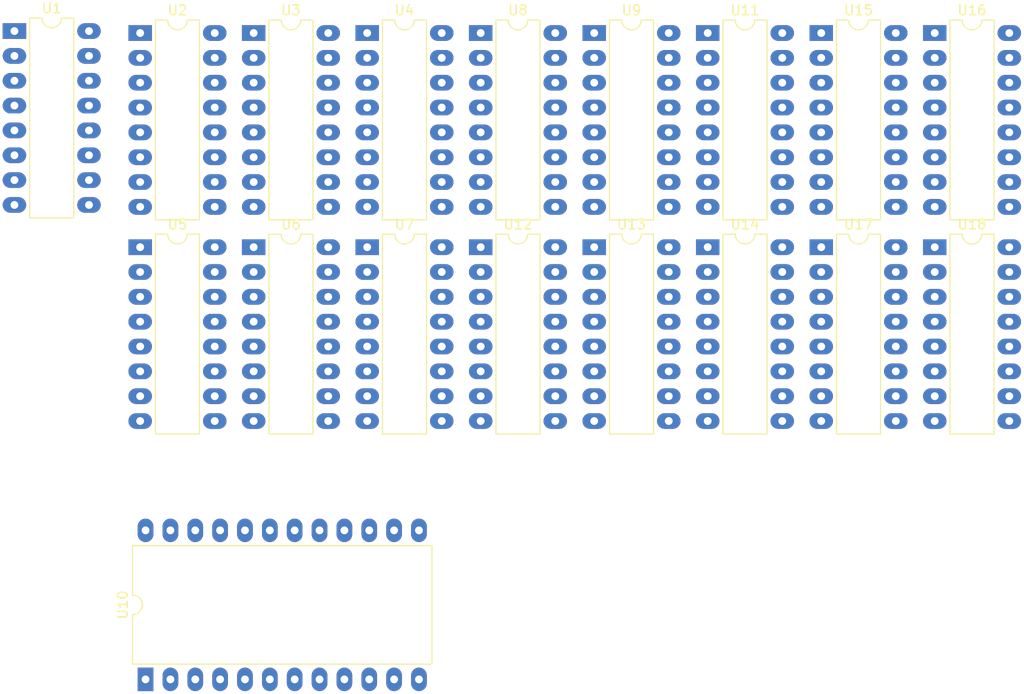
<source format=kicad_pcb>
(kicad_pcb (version 20171130) (host pcbnew "(5.1.10-1-10_14)")

  (general
    (thickness 1.6)
    (drawings 0)
    (tracks 0)
    (zones 0)
    (modules 18)
    (nets 61)
  )

  (page A4)
  (layers
    (0 F.Cu signal)
    (31 B.Cu signal)
    (32 B.Adhes user)
    (33 F.Adhes user)
    (34 B.Paste user)
    (35 F.Paste user)
    (36 B.SilkS user)
    (37 F.SilkS user)
    (38 B.Mask user)
    (39 F.Mask user)
    (40 Dwgs.User user)
    (41 Cmts.User user)
    (42 Eco1.User user)
    (43 Eco2.User user)
    (44 Edge.Cuts user)
    (45 Margin user)
    (46 B.CrtYd user)
    (47 F.CrtYd user)
    (48 B.Fab user)
    (49 F.Fab user)
  )

  (setup
    (last_trace_width 0.25)
    (trace_clearance 0.2)
    (zone_clearance 0.508)
    (zone_45_only no)
    (trace_min 0.2)
    (via_size 0.8)
    (via_drill 0.4)
    (via_min_size 0.4)
    (via_min_drill 0.3)
    (uvia_size 0.3)
    (uvia_drill 0.1)
    (uvias_allowed no)
    (uvia_min_size 0.2)
    (uvia_min_drill 0.1)
    (edge_width 0.05)
    (segment_width 0.2)
    (pcb_text_width 0.3)
    (pcb_text_size 1.5 1.5)
    (mod_edge_width 0.12)
    (mod_text_size 1 1)
    (mod_text_width 0.15)
    (pad_size 1.524 1.524)
    (pad_drill 0.762)
    (pad_to_mask_clearance 0)
    (aux_axis_origin 0 0)
    (visible_elements FFFFFF7F)
    (pcbplotparams
      (layerselection 0x010fc_ffffffff)
      (usegerberextensions false)
      (usegerberattributes true)
      (usegerberadvancedattributes true)
      (creategerberjobfile true)
      (excludeedgelayer true)
      (linewidth 0.100000)
      (plotframeref false)
      (viasonmask false)
      (mode 1)
      (useauxorigin false)
      (hpglpennumber 1)
      (hpglpenspeed 20)
      (hpglpendiameter 15.000000)
      (psnegative false)
      (psa4output false)
      (plotreference true)
      (plotvalue true)
      (plotinvisibletext false)
      (padsonsilk false)
      (subtractmaskfromsilk false)
      (outputformat 1)
      (mirror false)
      (drillshape 1)
      (scaleselection 1)
      (outputdirectory ""))
  )

  (net 0 "")
  (net 1 "Net-(U1-Pad16)")
  (net 2 "Net-(U1-Pad8)")
  (net 3 "Net-(U1-Pad15)")
  (net 4 "Net-(U1-Pad7)")
  (net 5 "Net-(U1-Pad14)")
  (net 6 "Net-(U1-Pad6)")
  (net 7 EN_0)
  (net 8 "Net-(U1-Pad5)")
  (net 9 "Net-(U1-Pad12)")
  (net 10 "Net-(U1-Pad4)")
  (net 11 "Net-(U1-Pad11)")
  (net 12 "Net-(U1-Pad3)")
  (net 13 +5V)
  (net 14 "Net-(U1-Pad2)")
  (net 15 GND)
  (net 16 "Net-(U1-Pad1)")
  (net 17 EN_4)
  (net 18 "Net-(U16-Pad12)")
  (net 19 "Net-(U12-Pad11)")
  (net 20 "Net-(U12-Pad3)")
  (net 21 EN_8)
  (net 22 "Net-(U17-Pad12)")
  (net 23 "Net-(U13-Pad11)")
  (net 24 "Net-(U13-Pad3)")
  (net 25 EN_12)
  (net 26 "Net-(U18-Pad12)")
  (net 27 "Net-(U14-Pad11)")
  (net 28 "Net-(U14-Pad3)")
  (net 29 "Net-(U10-Pad23)")
  (net 30 "Net-(U5-Pad8)")
  (net 31 "Net-(U10-Pad22)")
  (net 32 "Net-(U5-Pad7)")
  (net 33 "Net-(U5-Pad14)")
  (net 34 "Net-(U5-Pad6)")
  (net 35 "Net-(U5-Pad13)")
  (net 36 "Net-(U5-Pad4)")
  (net 37 "Net-(U5-Pad11)")
  (net 38 "Net-(U5-Pad3)")
  (net 39 "Net-(U10-Pad21)")
  (net 40 "Net-(U5-Pad2)")
  (net 41 "Net-(U10-Pad20)")
  (net 42 "Net-(U5-Pad1)")
  (net 43 EN_1)
  (net 44 EN_5)
  (net 45 EN_9)
  (net 46 EN_13)
  (net 47 EN_10)
  (net 48 EN_7)
  (net 49 "Net-(U10-Pad19)")
  (net 50 EN_6)
  (net 51 "Net-(U10-Pad18)")
  (net 52 EN_15)
  (net 53 EN_14)
  (net 54 EN_3)
  (net 55 EN_2)
  (net 56 EN_11)
  (net 57 "Net-(U11-Pad12)")
  (net 58 "Net-(U12-Pad12)")
  (net 59 "Net-(U13-Pad12)")
  (net 60 "Net-(U14-Pad12)")

  (net_class Default "This is the default net class."
    (clearance 0.2)
    (trace_width 0.25)
    (via_dia 0.8)
    (via_drill 0.4)
    (uvia_dia 0.3)
    (uvia_drill 0.1)
    (add_net +5V)
    (add_net EN_0)
    (add_net EN_1)
    (add_net EN_10)
    (add_net EN_11)
    (add_net EN_12)
    (add_net EN_13)
    (add_net EN_14)
    (add_net EN_15)
    (add_net EN_2)
    (add_net EN_3)
    (add_net EN_4)
    (add_net EN_5)
    (add_net EN_6)
    (add_net EN_7)
    (add_net EN_8)
    (add_net EN_9)
    (add_net GND)
    (add_net "Net-(U1-Pad1)")
    (add_net "Net-(U1-Pad11)")
    (add_net "Net-(U1-Pad12)")
    (add_net "Net-(U1-Pad14)")
    (add_net "Net-(U1-Pad15)")
    (add_net "Net-(U1-Pad16)")
    (add_net "Net-(U1-Pad2)")
    (add_net "Net-(U1-Pad3)")
    (add_net "Net-(U1-Pad4)")
    (add_net "Net-(U1-Pad5)")
    (add_net "Net-(U1-Pad6)")
    (add_net "Net-(U1-Pad7)")
    (add_net "Net-(U1-Pad8)")
    (add_net "Net-(U10-Pad18)")
    (add_net "Net-(U10-Pad19)")
    (add_net "Net-(U10-Pad20)")
    (add_net "Net-(U10-Pad21)")
    (add_net "Net-(U10-Pad22)")
    (add_net "Net-(U10-Pad23)")
    (add_net "Net-(U11-Pad12)")
    (add_net "Net-(U12-Pad11)")
    (add_net "Net-(U12-Pad12)")
    (add_net "Net-(U12-Pad3)")
    (add_net "Net-(U13-Pad11)")
    (add_net "Net-(U13-Pad12)")
    (add_net "Net-(U13-Pad3)")
    (add_net "Net-(U14-Pad11)")
    (add_net "Net-(U14-Pad12)")
    (add_net "Net-(U14-Pad3)")
    (add_net "Net-(U16-Pad12)")
    (add_net "Net-(U17-Pad12)")
    (add_net "Net-(U18-Pad12)")
    (add_net "Net-(U5-Pad1)")
    (add_net "Net-(U5-Pad11)")
    (add_net "Net-(U5-Pad13)")
    (add_net "Net-(U5-Pad14)")
    (add_net "Net-(U5-Pad2)")
    (add_net "Net-(U5-Pad3)")
    (add_net "Net-(U5-Pad4)")
    (add_net "Net-(U5-Pad6)")
    (add_net "Net-(U5-Pad7)")
    (add_net "Net-(U5-Pad8)")
  )

  (module Package_DIP:DIP-16_W7.62mm_LongPads (layer F.Cu) (tedit 5A02E8C5) (tstamp 61F0E2DB)
    (at 216.45 98.1)
    (descr "16-lead though-hole mounted DIP package, row spacing 7.62 mm (300 mils), LongPads")
    (tags "THT DIP DIL PDIP 2.54mm 7.62mm 300mil LongPads")
    (path /61FEEDB7)
    (fp_text reference U18 (at 3.81 -2.33) (layer F.SilkS)
      (effects (font (size 1 1) (thickness 0.15)))
    )
    (fp_text value 2102 (at 3.81 20.11) (layer F.Fab)
      (effects (font (size 1 1) (thickness 0.15)))
    )
    (fp_text user %R (at 3.81 8.89) (layer F.Fab)
      (effects (font (size 1 1) (thickness 0.15)))
    )
    (fp_arc (start 3.81 -1.33) (end 2.81 -1.33) (angle -180) (layer F.SilkS) (width 0.12))
    (fp_line (start 1.635 -1.27) (end 6.985 -1.27) (layer F.Fab) (width 0.1))
    (fp_line (start 6.985 -1.27) (end 6.985 19.05) (layer F.Fab) (width 0.1))
    (fp_line (start 6.985 19.05) (end 0.635 19.05) (layer F.Fab) (width 0.1))
    (fp_line (start 0.635 19.05) (end 0.635 -0.27) (layer F.Fab) (width 0.1))
    (fp_line (start 0.635 -0.27) (end 1.635 -1.27) (layer F.Fab) (width 0.1))
    (fp_line (start 2.81 -1.33) (end 1.56 -1.33) (layer F.SilkS) (width 0.12))
    (fp_line (start 1.56 -1.33) (end 1.56 19.11) (layer F.SilkS) (width 0.12))
    (fp_line (start 1.56 19.11) (end 6.06 19.11) (layer F.SilkS) (width 0.12))
    (fp_line (start 6.06 19.11) (end 6.06 -1.33) (layer F.SilkS) (width 0.12))
    (fp_line (start 6.06 -1.33) (end 4.81 -1.33) (layer F.SilkS) (width 0.12))
    (fp_line (start -1.45 -1.55) (end -1.45 19.3) (layer F.CrtYd) (width 0.05))
    (fp_line (start -1.45 19.3) (end 9.1 19.3) (layer F.CrtYd) (width 0.05))
    (fp_line (start 9.1 19.3) (end 9.1 -1.55) (layer F.CrtYd) (width 0.05))
    (fp_line (start 9.1 -1.55) (end -1.45 -1.55) (layer F.CrtYd) (width 0.05))
    (pad 16 thru_hole oval (at 7.62 0) (size 2.4 1.6) (drill 0.8) (layers *.Cu *.Mask)
      (net 1 "Net-(U1-Pad16)"))
    (pad 8 thru_hole oval (at 0 17.78) (size 2.4 1.6) (drill 0.8) (layers *.Cu *.Mask)
      (net 2 "Net-(U1-Pad8)"))
    (pad 15 thru_hole oval (at 7.62 2.54) (size 2.4 1.6) (drill 0.8) (layers *.Cu *.Mask)
      (net 3 "Net-(U1-Pad15)"))
    (pad 7 thru_hole oval (at 0 15.24) (size 2.4 1.6) (drill 0.8) (layers *.Cu *.Mask)
      (net 4 "Net-(U1-Pad7)"))
    (pad 14 thru_hole oval (at 7.62 5.08) (size 2.4 1.6) (drill 0.8) (layers *.Cu *.Mask)
      (net 5 "Net-(U1-Pad14)"))
    (pad 6 thru_hole oval (at 0 12.7) (size 2.4 1.6) (drill 0.8) (layers *.Cu *.Mask)
      (net 6 "Net-(U1-Pad6)"))
    (pad 13 thru_hole oval (at 7.62 7.62) (size 2.4 1.6) (drill 0.8) (layers *.Cu *.Mask)
      (net 52 EN_15))
    (pad 5 thru_hole oval (at 0 10.16) (size 2.4 1.6) (drill 0.8) (layers *.Cu *.Mask)
      (net 8 "Net-(U1-Pad5)"))
    (pad 12 thru_hole oval (at 7.62 10.16) (size 2.4 1.6) (drill 0.8) (layers *.Cu *.Mask)
      (net 26 "Net-(U18-Pad12)"))
    (pad 4 thru_hole oval (at 0 7.62) (size 2.4 1.6) (drill 0.8) (layers *.Cu *.Mask)
      (net 10 "Net-(U1-Pad4)"))
    (pad 11 thru_hole oval (at 7.62 12.7) (size 2.4 1.6) (drill 0.8) (layers *.Cu *.Mask)
      (net 27 "Net-(U14-Pad11)"))
    (pad 3 thru_hole oval (at 0 5.08) (size 2.4 1.6) (drill 0.8) (layers *.Cu *.Mask)
      (net 28 "Net-(U14-Pad3)"))
    (pad 10 thru_hole oval (at 7.62 15.24) (size 2.4 1.6) (drill 0.8) (layers *.Cu *.Mask)
      (net 13 +5V))
    (pad 2 thru_hole oval (at 0 2.54) (size 2.4 1.6) (drill 0.8) (layers *.Cu *.Mask)
      (net 14 "Net-(U1-Pad2)"))
    (pad 9 thru_hole oval (at 7.62 17.78) (size 2.4 1.6) (drill 0.8) (layers *.Cu *.Mask)
      (net 15 GND))
    (pad 1 thru_hole rect (at 0 0) (size 2.4 1.6) (drill 0.8) (layers *.Cu *.Mask)
      (net 16 "Net-(U1-Pad1)"))
    (model ${KISYS3DMOD}/Package_DIP.3dshapes/DIP-16_W7.62mm.wrl
      (at (xyz 0 0 0))
      (scale (xyz 1 1 1))
      (rotate (xyz 0 0 0))
    )
  )

  (module Package_DIP:DIP-16_W7.62mm_LongPads (layer F.Cu) (tedit 5A02E8C5) (tstamp 61F0E2B7)
    (at 204.85 98.1)
    (descr "16-lead though-hole mounted DIP package, row spacing 7.62 mm (300 mils), LongPads")
    (tags "THT DIP DIL PDIP 2.54mm 7.62mm 300mil LongPads")
    (path /61FCD6E4)
    (fp_text reference U17 (at 3.81 -2.33) (layer F.SilkS)
      (effects (font (size 1 1) (thickness 0.15)))
    )
    (fp_text value 2102 (at 3.81 20.11) (layer F.Fab)
      (effects (font (size 1 1) (thickness 0.15)))
    )
    (fp_text user %R (at 3.81 8.89) (layer F.Fab)
      (effects (font (size 1 1) (thickness 0.15)))
    )
    (fp_arc (start 3.81 -1.33) (end 2.81 -1.33) (angle -180) (layer F.SilkS) (width 0.12))
    (fp_line (start 1.635 -1.27) (end 6.985 -1.27) (layer F.Fab) (width 0.1))
    (fp_line (start 6.985 -1.27) (end 6.985 19.05) (layer F.Fab) (width 0.1))
    (fp_line (start 6.985 19.05) (end 0.635 19.05) (layer F.Fab) (width 0.1))
    (fp_line (start 0.635 19.05) (end 0.635 -0.27) (layer F.Fab) (width 0.1))
    (fp_line (start 0.635 -0.27) (end 1.635 -1.27) (layer F.Fab) (width 0.1))
    (fp_line (start 2.81 -1.33) (end 1.56 -1.33) (layer F.SilkS) (width 0.12))
    (fp_line (start 1.56 -1.33) (end 1.56 19.11) (layer F.SilkS) (width 0.12))
    (fp_line (start 1.56 19.11) (end 6.06 19.11) (layer F.SilkS) (width 0.12))
    (fp_line (start 6.06 19.11) (end 6.06 -1.33) (layer F.SilkS) (width 0.12))
    (fp_line (start 6.06 -1.33) (end 4.81 -1.33) (layer F.SilkS) (width 0.12))
    (fp_line (start -1.45 -1.55) (end -1.45 19.3) (layer F.CrtYd) (width 0.05))
    (fp_line (start -1.45 19.3) (end 9.1 19.3) (layer F.CrtYd) (width 0.05))
    (fp_line (start 9.1 19.3) (end 9.1 -1.55) (layer F.CrtYd) (width 0.05))
    (fp_line (start 9.1 -1.55) (end -1.45 -1.55) (layer F.CrtYd) (width 0.05))
    (pad 16 thru_hole oval (at 7.62 0) (size 2.4 1.6) (drill 0.8) (layers *.Cu *.Mask)
      (net 1 "Net-(U1-Pad16)"))
    (pad 8 thru_hole oval (at 0 17.78) (size 2.4 1.6) (drill 0.8) (layers *.Cu *.Mask)
      (net 2 "Net-(U1-Pad8)"))
    (pad 15 thru_hole oval (at 7.62 2.54) (size 2.4 1.6) (drill 0.8) (layers *.Cu *.Mask)
      (net 3 "Net-(U1-Pad15)"))
    (pad 7 thru_hole oval (at 0 15.24) (size 2.4 1.6) (drill 0.8) (layers *.Cu *.Mask)
      (net 4 "Net-(U1-Pad7)"))
    (pad 14 thru_hole oval (at 7.62 5.08) (size 2.4 1.6) (drill 0.8) (layers *.Cu *.Mask)
      (net 5 "Net-(U1-Pad14)"))
    (pad 6 thru_hole oval (at 0 12.7) (size 2.4 1.6) (drill 0.8) (layers *.Cu *.Mask)
      (net 6 "Net-(U1-Pad6)"))
    (pad 13 thru_hole oval (at 7.62 7.62) (size 2.4 1.6) (drill 0.8) (layers *.Cu *.Mask)
      (net 56 EN_11))
    (pad 5 thru_hole oval (at 0 10.16) (size 2.4 1.6) (drill 0.8) (layers *.Cu *.Mask)
      (net 8 "Net-(U1-Pad5)"))
    (pad 12 thru_hole oval (at 7.62 10.16) (size 2.4 1.6) (drill 0.8) (layers *.Cu *.Mask)
      (net 22 "Net-(U17-Pad12)"))
    (pad 4 thru_hole oval (at 0 7.62) (size 2.4 1.6) (drill 0.8) (layers *.Cu *.Mask)
      (net 10 "Net-(U1-Pad4)"))
    (pad 11 thru_hole oval (at 7.62 12.7) (size 2.4 1.6) (drill 0.8) (layers *.Cu *.Mask)
      (net 23 "Net-(U13-Pad11)"))
    (pad 3 thru_hole oval (at 0 5.08) (size 2.4 1.6) (drill 0.8) (layers *.Cu *.Mask)
      (net 24 "Net-(U13-Pad3)"))
    (pad 10 thru_hole oval (at 7.62 15.24) (size 2.4 1.6) (drill 0.8) (layers *.Cu *.Mask)
      (net 13 +5V))
    (pad 2 thru_hole oval (at 0 2.54) (size 2.4 1.6) (drill 0.8) (layers *.Cu *.Mask)
      (net 14 "Net-(U1-Pad2)"))
    (pad 9 thru_hole oval (at 7.62 17.78) (size 2.4 1.6) (drill 0.8) (layers *.Cu *.Mask)
      (net 15 GND))
    (pad 1 thru_hole rect (at 0 0) (size 2.4 1.6) (drill 0.8) (layers *.Cu *.Mask)
      (net 16 "Net-(U1-Pad1)"))
    (model ${KISYS3DMOD}/Package_DIP.3dshapes/DIP-16_W7.62mm.wrl
      (at (xyz 0 0 0))
      (scale (xyz 1 1 1))
      (rotate (xyz 0 0 0))
    )
  )

  (module Package_DIP:DIP-16_W7.62mm_LongPads (layer F.Cu) (tedit 5A02E8C5) (tstamp 61F0E293)
    (at 216.45 76.2)
    (descr "16-lead though-hole mounted DIP package, row spacing 7.62 mm (300 mils), LongPads")
    (tags "THT DIP DIL PDIP 2.54mm 7.62mm 300mil LongPads")
    (path /61FB0077)
    (fp_text reference U16 (at 3.81 -2.33) (layer F.SilkS)
      (effects (font (size 1 1) (thickness 0.15)))
    )
    (fp_text value 2102 (at 3.81 20.11) (layer F.Fab)
      (effects (font (size 1 1) (thickness 0.15)))
    )
    (fp_text user %R (at 3.81 8.89) (layer F.Fab)
      (effects (font (size 1 1) (thickness 0.15)))
    )
    (fp_arc (start 3.81 -1.33) (end 2.81 -1.33) (angle -180) (layer F.SilkS) (width 0.12))
    (fp_line (start 1.635 -1.27) (end 6.985 -1.27) (layer F.Fab) (width 0.1))
    (fp_line (start 6.985 -1.27) (end 6.985 19.05) (layer F.Fab) (width 0.1))
    (fp_line (start 6.985 19.05) (end 0.635 19.05) (layer F.Fab) (width 0.1))
    (fp_line (start 0.635 19.05) (end 0.635 -0.27) (layer F.Fab) (width 0.1))
    (fp_line (start 0.635 -0.27) (end 1.635 -1.27) (layer F.Fab) (width 0.1))
    (fp_line (start 2.81 -1.33) (end 1.56 -1.33) (layer F.SilkS) (width 0.12))
    (fp_line (start 1.56 -1.33) (end 1.56 19.11) (layer F.SilkS) (width 0.12))
    (fp_line (start 1.56 19.11) (end 6.06 19.11) (layer F.SilkS) (width 0.12))
    (fp_line (start 6.06 19.11) (end 6.06 -1.33) (layer F.SilkS) (width 0.12))
    (fp_line (start 6.06 -1.33) (end 4.81 -1.33) (layer F.SilkS) (width 0.12))
    (fp_line (start -1.45 -1.55) (end -1.45 19.3) (layer F.CrtYd) (width 0.05))
    (fp_line (start -1.45 19.3) (end 9.1 19.3) (layer F.CrtYd) (width 0.05))
    (fp_line (start 9.1 19.3) (end 9.1 -1.55) (layer F.CrtYd) (width 0.05))
    (fp_line (start 9.1 -1.55) (end -1.45 -1.55) (layer F.CrtYd) (width 0.05))
    (pad 16 thru_hole oval (at 7.62 0) (size 2.4 1.6) (drill 0.8) (layers *.Cu *.Mask)
      (net 1 "Net-(U1-Pad16)"))
    (pad 8 thru_hole oval (at 0 17.78) (size 2.4 1.6) (drill 0.8) (layers *.Cu *.Mask)
      (net 2 "Net-(U1-Pad8)"))
    (pad 15 thru_hole oval (at 7.62 2.54) (size 2.4 1.6) (drill 0.8) (layers *.Cu *.Mask)
      (net 3 "Net-(U1-Pad15)"))
    (pad 7 thru_hole oval (at 0 15.24) (size 2.4 1.6) (drill 0.8) (layers *.Cu *.Mask)
      (net 4 "Net-(U1-Pad7)"))
    (pad 14 thru_hole oval (at 7.62 5.08) (size 2.4 1.6) (drill 0.8) (layers *.Cu *.Mask)
      (net 5 "Net-(U1-Pad14)"))
    (pad 6 thru_hole oval (at 0 12.7) (size 2.4 1.6) (drill 0.8) (layers *.Cu *.Mask)
      (net 6 "Net-(U1-Pad6)"))
    (pad 13 thru_hole oval (at 7.62 7.62) (size 2.4 1.6) (drill 0.8) (layers *.Cu *.Mask)
      (net 48 EN_7))
    (pad 5 thru_hole oval (at 0 10.16) (size 2.4 1.6) (drill 0.8) (layers *.Cu *.Mask)
      (net 8 "Net-(U1-Pad5)"))
    (pad 12 thru_hole oval (at 7.62 10.16) (size 2.4 1.6) (drill 0.8) (layers *.Cu *.Mask)
      (net 18 "Net-(U16-Pad12)"))
    (pad 4 thru_hole oval (at 0 7.62) (size 2.4 1.6) (drill 0.8) (layers *.Cu *.Mask)
      (net 10 "Net-(U1-Pad4)"))
    (pad 11 thru_hole oval (at 7.62 12.7) (size 2.4 1.6) (drill 0.8) (layers *.Cu *.Mask)
      (net 19 "Net-(U12-Pad11)"))
    (pad 3 thru_hole oval (at 0 5.08) (size 2.4 1.6) (drill 0.8) (layers *.Cu *.Mask)
      (net 20 "Net-(U12-Pad3)"))
    (pad 10 thru_hole oval (at 7.62 15.24) (size 2.4 1.6) (drill 0.8) (layers *.Cu *.Mask)
      (net 13 +5V))
    (pad 2 thru_hole oval (at 0 2.54) (size 2.4 1.6) (drill 0.8) (layers *.Cu *.Mask)
      (net 14 "Net-(U1-Pad2)"))
    (pad 9 thru_hole oval (at 7.62 17.78) (size 2.4 1.6) (drill 0.8) (layers *.Cu *.Mask)
      (net 15 GND))
    (pad 1 thru_hole rect (at 0 0) (size 2.4 1.6) (drill 0.8) (layers *.Cu *.Mask)
      (net 16 "Net-(U1-Pad1)"))
    (model ${KISYS3DMOD}/Package_DIP.3dshapes/DIP-16_W7.62mm.wrl
      (at (xyz 0 0 0))
      (scale (xyz 1 1 1))
      (rotate (xyz 0 0 0))
    )
  )

  (module Package_DIP:DIP-16_W7.62mm_LongPads (layer F.Cu) (tedit 5A02E8C5) (tstamp 61F0E26F)
    (at 204.85 76.2)
    (descr "16-lead though-hole mounted DIP package, row spacing 7.62 mm (300 mils), LongPads")
    (tags "THT DIP DIL PDIP 2.54mm 7.62mm 300mil LongPads")
    (path /61F2A470)
    (fp_text reference U15 (at 3.81 -2.33) (layer F.SilkS)
      (effects (font (size 1 1) (thickness 0.15)))
    )
    (fp_text value 2102 (at 3.81 20.11) (layer F.Fab)
      (effects (font (size 1 1) (thickness 0.15)))
    )
    (fp_text user %R (at 3.81 8.89) (layer F.Fab)
      (effects (font (size 1 1) (thickness 0.15)))
    )
    (fp_arc (start 3.81 -1.33) (end 2.81 -1.33) (angle -180) (layer F.SilkS) (width 0.12))
    (fp_line (start 1.635 -1.27) (end 6.985 -1.27) (layer F.Fab) (width 0.1))
    (fp_line (start 6.985 -1.27) (end 6.985 19.05) (layer F.Fab) (width 0.1))
    (fp_line (start 6.985 19.05) (end 0.635 19.05) (layer F.Fab) (width 0.1))
    (fp_line (start 0.635 19.05) (end 0.635 -0.27) (layer F.Fab) (width 0.1))
    (fp_line (start 0.635 -0.27) (end 1.635 -1.27) (layer F.Fab) (width 0.1))
    (fp_line (start 2.81 -1.33) (end 1.56 -1.33) (layer F.SilkS) (width 0.12))
    (fp_line (start 1.56 -1.33) (end 1.56 19.11) (layer F.SilkS) (width 0.12))
    (fp_line (start 1.56 19.11) (end 6.06 19.11) (layer F.SilkS) (width 0.12))
    (fp_line (start 6.06 19.11) (end 6.06 -1.33) (layer F.SilkS) (width 0.12))
    (fp_line (start 6.06 -1.33) (end 4.81 -1.33) (layer F.SilkS) (width 0.12))
    (fp_line (start -1.45 -1.55) (end -1.45 19.3) (layer F.CrtYd) (width 0.05))
    (fp_line (start -1.45 19.3) (end 9.1 19.3) (layer F.CrtYd) (width 0.05))
    (fp_line (start 9.1 19.3) (end 9.1 -1.55) (layer F.CrtYd) (width 0.05))
    (fp_line (start 9.1 -1.55) (end -1.45 -1.55) (layer F.CrtYd) (width 0.05))
    (pad 16 thru_hole oval (at 7.62 0) (size 2.4 1.6) (drill 0.8) (layers *.Cu *.Mask)
      (net 1 "Net-(U1-Pad16)"))
    (pad 8 thru_hole oval (at 0 17.78) (size 2.4 1.6) (drill 0.8) (layers *.Cu *.Mask)
      (net 2 "Net-(U1-Pad8)"))
    (pad 15 thru_hole oval (at 7.62 2.54) (size 2.4 1.6) (drill 0.8) (layers *.Cu *.Mask)
      (net 3 "Net-(U1-Pad15)"))
    (pad 7 thru_hole oval (at 0 15.24) (size 2.4 1.6) (drill 0.8) (layers *.Cu *.Mask)
      (net 4 "Net-(U1-Pad7)"))
    (pad 14 thru_hole oval (at 7.62 5.08) (size 2.4 1.6) (drill 0.8) (layers *.Cu *.Mask)
      (net 5 "Net-(U1-Pad14)"))
    (pad 6 thru_hole oval (at 0 12.7) (size 2.4 1.6) (drill 0.8) (layers *.Cu *.Mask)
      (net 6 "Net-(U1-Pad6)"))
    (pad 13 thru_hole oval (at 7.62 7.62) (size 2.4 1.6) (drill 0.8) (layers *.Cu *.Mask)
      (net 54 EN_3))
    (pad 5 thru_hole oval (at 0 10.16) (size 2.4 1.6) (drill 0.8) (layers *.Cu *.Mask)
      (net 8 "Net-(U1-Pad5)"))
    (pad 12 thru_hole oval (at 7.62 10.16) (size 2.4 1.6) (drill 0.8) (layers *.Cu *.Mask)
      (net 9 "Net-(U1-Pad12)"))
    (pad 4 thru_hole oval (at 0 7.62) (size 2.4 1.6) (drill 0.8) (layers *.Cu *.Mask)
      (net 10 "Net-(U1-Pad4)"))
    (pad 11 thru_hole oval (at 7.62 12.7) (size 2.4 1.6) (drill 0.8) (layers *.Cu *.Mask)
      (net 11 "Net-(U1-Pad11)"))
    (pad 3 thru_hole oval (at 0 5.08) (size 2.4 1.6) (drill 0.8) (layers *.Cu *.Mask)
      (net 12 "Net-(U1-Pad3)"))
    (pad 10 thru_hole oval (at 7.62 15.24) (size 2.4 1.6) (drill 0.8) (layers *.Cu *.Mask)
      (net 13 +5V))
    (pad 2 thru_hole oval (at 0 2.54) (size 2.4 1.6) (drill 0.8) (layers *.Cu *.Mask)
      (net 14 "Net-(U1-Pad2)"))
    (pad 9 thru_hole oval (at 7.62 17.78) (size 2.4 1.6) (drill 0.8) (layers *.Cu *.Mask)
      (net 15 GND))
    (pad 1 thru_hole rect (at 0 0) (size 2.4 1.6) (drill 0.8) (layers *.Cu *.Mask)
      (net 16 "Net-(U1-Pad1)"))
    (model ${KISYS3DMOD}/Package_DIP.3dshapes/DIP-16_W7.62mm.wrl
      (at (xyz 0 0 0))
      (scale (xyz 1 1 1))
      (rotate (xyz 0 0 0))
    )
  )

  (module Package_DIP:DIP-16_W7.62mm_LongPads (layer F.Cu) (tedit 5A02E8C5) (tstamp 61F0E24B)
    (at 193.25 98.1)
    (descr "16-lead though-hole mounted DIP package, row spacing 7.62 mm (300 mils), LongPads")
    (tags "THT DIP DIL PDIP 2.54mm 7.62mm 300mil LongPads")
    (path /61FEED93)
    (fp_text reference U14 (at 3.81 -2.33) (layer F.SilkS)
      (effects (font (size 1 1) (thickness 0.15)))
    )
    (fp_text value 2102 (at 3.81 20.11) (layer F.Fab)
      (effects (font (size 1 1) (thickness 0.15)))
    )
    (fp_text user %R (at 3.81 8.89) (layer F.Fab)
      (effects (font (size 1 1) (thickness 0.15)))
    )
    (fp_arc (start 3.81 -1.33) (end 2.81 -1.33) (angle -180) (layer F.SilkS) (width 0.12))
    (fp_line (start 1.635 -1.27) (end 6.985 -1.27) (layer F.Fab) (width 0.1))
    (fp_line (start 6.985 -1.27) (end 6.985 19.05) (layer F.Fab) (width 0.1))
    (fp_line (start 6.985 19.05) (end 0.635 19.05) (layer F.Fab) (width 0.1))
    (fp_line (start 0.635 19.05) (end 0.635 -0.27) (layer F.Fab) (width 0.1))
    (fp_line (start 0.635 -0.27) (end 1.635 -1.27) (layer F.Fab) (width 0.1))
    (fp_line (start 2.81 -1.33) (end 1.56 -1.33) (layer F.SilkS) (width 0.12))
    (fp_line (start 1.56 -1.33) (end 1.56 19.11) (layer F.SilkS) (width 0.12))
    (fp_line (start 1.56 19.11) (end 6.06 19.11) (layer F.SilkS) (width 0.12))
    (fp_line (start 6.06 19.11) (end 6.06 -1.33) (layer F.SilkS) (width 0.12))
    (fp_line (start 6.06 -1.33) (end 4.81 -1.33) (layer F.SilkS) (width 0.12))
    (fp_line (start -1.45 -1.55) (end -1.45 19.3) (layer F.CrtYd) (width 0.05))
    (fp_line (start -1.45 19.3) (end 9.1 19.3) (layer F.CrtYd) (width 0.05))
    (fp_line (start 9.1 19.3) (end 9.1 -1.55) (layer F.CrtYd) (width 0.05))
    (fp_line (start 9.1 -1.55) (end -1.45 -1.55) (layer F.CrtYd) (width 0.05))
    (pad 16 thru_hole oval (at 7.62 0) (size 2.4 1.6) (drill 0.8) (layers *.Cu *.Mask)
      (net 1 "Net-(U1-Pad16)"))
    (pad 8 thru_hole oval (at 0 17.78) (size 2.4 1.6) (drill 0.8) (layers *.Cu *.Mask)
      (net 2 "Net-(U1-Pad8)"))
    (pad 15 thru_hole oval (at 7.62 2.54) (size 2.4 1.6) (drill 0.8) (layers *.Cu *.Mask)
      (net 3 "Net-(U1-Pad15)"))
    (pad 7 thru_hole oval (at 0 15.24) (size 2.4 1.6) (drill 0.8) (layers *.Cu *.Mask)
      (net 4 "Net-(U1-Pad7)"))
    (pad 14 thru_hole oval (at 7.62 5.08) (size 2.4 1.6) (drill 0.8) (layers *.Cu *.Mask)
      (net 5 "Net-(U1-Pad14)"))
    (pad 6 thru_hole oval (at 0 12.7) (size 2.4 1.6) (drill 0.8) (layers *.Cu *.Mask)
      (net 6 "Net-(U1-Pad6)"))
    (pad 13 thru_hole oval (at 7.62 7.62) (size 2.4 1.6) (drill 0.8) (layers *.Cu *.Mask)
      (net 53 EN_14))
    (pad 5 thru_hole oval (at 0 10.16) (size 2.4 1.6) (drill 0.8) (layers *.Cu *.Mask)
      (net 8 "Net-(U1-Pad5)"))
    (pad 12 thru_hole oval (at 7.62 10.16) (size 2.4 1.6) (drill 0.8) (layers *.Cu *.Mask)
      (net 60 "Net-(U14-Pad12)"))
    (pad 4 thru_hole oval (at 0 7.62) (size 2.4 1.6) (drill 0.8) (layers *.Cu *.Mask)
      (net 10 "Net-(U1-Pad4)"))
    (pad 11 thru_hole oval (at 7.62 12.7) (size 2.4 1.6) (drill 0.8) (layers *.Cu *.Mask)
      (net 27 "Net-(U14-Pad11)"))
    (pad 3 thru_hole oval (at 0 5.08) (size 2.4 1.6) (drill 0.8) (layers *.Cu *.Mask)
      (net 28 "Net-(U14-Pad3)"))
    (pad 10 thru_hole oval (at 7.62 15.24) (size 2.4 1.6) (drill 0.8) (layers *.Cu *.Mask)
      (net 13 +5V))
    (pad 2 thru_hole oval (at 0 2.54) (size 2.4 1.6) (drill 0.8) (layers *.Cu *.Mask)
      (net 14 "Net-(U1-Pad2)"))
    (pad 9 thru_hole oval (at 7.62 17.78) (size 2.4 1.6) (drill 0.8) (layers *.Cu *.Mask)
      (net 15 GND))
    (pad 1 thru_hole rect (at 0 0) (size 2.4 1.6) (drill 0.8) (layers *.Cu *.Mask)
      (net 16 "Net-(U1-Pad1)"))
    (model ${KISYS3DMOD}/Package_DIP.3dshapes/DIP-16_W7.62mm.wrl
      (at (xyz 0 0 0))
      (scale (xyz 1 1 1))
      (rotate (xyz 0 0 0))
    )
  )

  (module Package_DIP:DIP-16_W7.62mm_LongPads (layer F.Cu) (tedit 5A02E8C5) (tstamp 61F0E227)
    (at 181.65 98.1)
    (descr "16-lead though-hole mounted DIP package, row spacing 7.62 mm (300 mils), LongPads")
    (tags "THT DIP DIL PDIP 2.54mm 7.62mm 300mil LongPads")
    (path /61FCD6C0)
    (fp_text reference U13 (at 3.81 -2.33) (layer F.SilkS)
      (effects (font (size 1 1) (thickness 0.15)))
    )
    (fp_text value 2102 (at 3.81 20.11) (layer F.Fab)
      (effects (font (size 1 1) (thickness 0.15)))
    )
    (fp_text user %R (at 3.81 8.89) (layer F.Fab)
      (effects (font (size 1 1) (thickness 0.15)))
    )
    (fp_arc (start 3.81 -1.33) (end 2.81 -1.33) (angle -180) (layer F.SilkS) (width 0.12))
    (fp_line (start 1.635 -1.27) (end 6.985 -1.27) (layer F.Fab) (width 0.1))
    (fp_line (start 6.985 -1.27) (end 6.985 19.05) (layer F.Fab) (width 0.1))
    (fp_line (start 6.985 19.05) (end 0.635 19.05) (layer F.Fab) (width 0.1))
    (fp_line (start 0.635 19.05) (end 0.635 -0.27) (layer F.Fab) (width 0.1))
    (fp_line (start 0.635 -0.27) (end 1.635 -1.27) (layer F.Fab) (width 0.1))
    (fp_line (start 2.81 -1.33) (end 1.56 -1.33) (layer F.SilkS) (width 0.12))
    (fp_line (start 1.56 -1.33) (end 1.56 19.11) (layer F.SilkS) (width 0.12))
    (fp_line (start 1.56 19.11) (end 6.06 19.11) (layer F.SilkS) (width 0.12))
    (fp_line (start 6.06 19.11) (end 6.06 -1.33) (layer F.SilkS) (width 0.12))
    (fp_line (start 6.06 -1.33) (end 4.81 -1.33) (layer F.SilkS) (width 0.12))
    (fp_line (start -1.45 -1.55) (end -1.45 19.3) (layer F.CrtYd) (width 0.05))
    (fp_line (start -1.45 19.3) (end 9.1 19.3) (layer F.CrtYd) (width 0.05))
    (fp_line (start 9.1 19.3) (end 9.1 -1.55) (layer F.CrtYd) (width 0.05))
    (fp_line (start 9.1 -1.55) (end -1.45 -1.55) (layer F.CrtYd) (width 0.05))
    (pad 16 thru_hole oval (at 7.62 0) (size 2.4 1.6) (drill 0.8) (layers *.Cu *.Mask)
      (net 1 "Net-(U1-Pad16)"))
    (pad 8 thru_hole oval (at 0 17.78) (size 2.4 1.6) (drill 0.8) (layers *.Cu *.Mask)
      (net 2 "Net-(U1-Pad8)"))
    (pad 15 thru_hole oval (at 7.62 2.54) (size 2.4 1.6) (drill 0.8) (layers *.Cu *.Mask)
      (net 3 "Net-(U1-Pad15)"))
    (pad 7 thru_hole oval (at 0 15.24) (size 2.4 1.6) (drill 0.8) (layers *.Cu *.Mask)
      (net 4 "Net-(U1-Pad7)"))
    (pad 14 thru_hole oval (at 7.62 5.08) (size 2.4 1.6) (drill 0.8) (layers *.Cu *.Mask)
      (net 5 "Net-(U1-Pad14)"))
    (pad 6 thru_hole oval (at 0 12.7) (size 2.4 1.6) (drill 0.8) (layers *.Cu *.Mask)
      (net 6 "Net-(U1-Pad6)"))
    (pad 13 thru_hole oval (at 7.62 7.62) (size 2.4 1.6) (drill 0.8) (layers *.Cu *.Mask)
      (net 47 EN_10))
    (pad 5 thru_hole oval (at 0 10.16) (size 2.4 1.6) (drill 0.8) (layers *.Cu *.Mask)
      (net 8 "Net-(U1-Pad5)"))
    (pad 12 thru_hole oval (at 7.62 10.16) (size 2.4 1.6) (drill 0.8) (layers *.Cu *.Mask)
      (net 59 "Net-(U13-Pad12)"))
    (pad 4 thru_hole oval (at 0 7.62) (size 2.4 1.6) (drill 0.8) (layers *.Cu *.Mask)
      (net 10 "Net-(U1-Pad4)"))
    (pad 11 thru_hole oval (at 7.62 12.7) (size 2.4 1.6) (drill 0.8) (layers *.Cu *.Mask)
      (net 23 "Net-(U13-Pad11)"))
    (pad 3 thru_hole oval (at 0 5.08) (size 2.4 1.6) (drill 0.8) (layers *.Cu *.Mask)
      (net 24 "Net-(U13-Pad3)"))
    (pad 10 thru_hole oval (at 7.62 15.24) (size 2.4 1.6) (drill 0.8) (layers *.Cu *.Mask)
      (net 13 +5V))
    (pad 2 thru_hole oval (at 0 2.54) (size 2.4 1.6) (drill 0.8) (layers *.Cu *.Mask)
      (net 14 "Net-(U1-Pad2)"))
    (pad 9 thru_hole oval (at 7.62 17.78) (size 2.4 1.6) (drill 0.8) (layers *.Cu *.Mask)
      (net 15 GND))
    (pad 1 thru_hole rect (at 0 0) (size 2.4 1.6) (drill 0.8) (layers *.Cu *.Mask)
      (net 16 "Net-(U1-Pad1)"))
    (model ${KISYS3DMOD}/Package_DIP.3dshapes/DIP-16_W7.62mm.wrl
      (at (xyz 0 0 0))
      (scale (xyz 1 1 1))
      (rotate (xyz 0 0 0))
    )
  )

  (module Package_DIP:DIP-16_W7.62mm_LongPads (layer F.Cu) (tedit 5A02E8C5) (tstamp 61F0E203)
    (at 170.05 98.1)
    (descr "16-lead though-hole mounted DIP package, row spacing 7.62 mm (300 mils), LongPads")
    (tags "THT DIP DIL PDIP 2.54mm 7.62mm 300mil LongPads")
    (path /61FB0053)
    (fp_text reference U12 (at 3.81 -2.33) (layer F.SilkS)
      (effects (font (size 1 1) (thickness 0.15)))
    )
    (fp_text value 2102 (at 3.81 20.11) (layer F.Fab)
      (effects (font (size 1 1) (thickness 0.15)))
    )
    (fp_text user %R (at 3.81 8.89) (layer F.Fab)
      (effects (font (size 1 1) (thickness 0.15)))
    )
    (fp_arc (start 3.81 -1.33) (end 2.81 -1.33) (angle -180) (layer F.SilkS) (width 0.12))
    (fp_line (start 1.635 -1.27) (end 6.985 -1.27) (layer F.Fab) (width 0.1))
    (fp_line (start 6.985 -1.27) (end 6.985 19.05) (layer F.Fab) (width 0.1))
    (fp_line (start 6.985 19.05) (end 0.635 19.05) (layer F.Fab) (width 0.1))
    (fp_line (start 0.635 19.05) (end 0.635 -0.27) (layer F.Fab) (width 0.1))
    (fp_line (start 0.635 -0.27) (end 1.635 -1.27) (layer F.Fab) (width 0.1))
    (fp_line (start 2.81 -1.33) (end 1.56 -1.33) (layer F.SilkS) (width 0.12))
    (fp_line (start 1.56 -1.33) (end 1.56 19.11) (layer F.SilkS) (width 0.12))
    (fp_line (start 1.56 19.11) (end 6.06 19.11) (layer F.SilkS) (width 0.12))
    (fp_line (start 6.06 19.11) (end 6.06 -1.33) (layer F.SilkS) (width 0.12))
    (fp_line (start 6.06 -1.33) (end 4.81 -1.33) (layer F.SilkS) (width 0.12))
    (fp_line (start -1.45 -1.55) (end -1.45 19.3) (layer F.CrtYd) (width 0.05))
    (fp_line (start -1.45 19.3) (end 9.1 19.3) (layer F.CrtYd) (width 0.05))
    (fp_line (start 9.1 19.3) (end 9.1 -1.55) (layer F.CrtYd) (width 0.05))
    (fp_line (start 9.1 -1.55) (end -1.45 -1.55) (layer F.CrtYd) (width 0.05))
    (pad 16 thru_hole oval (at 7.62 0) (size 2.4 1.6) (drill 0.8) (layers *.Cu *.Mask)
      (net 1 "Net-(U1-Pad16)"))
    (pad 8 thru_hole oval (at 0 17.78) (size 2.4 1.6) (drill 0.8) (layers *.Cu *.Mask)
      (net 2 "Net-(U1-Pad8)"))
    (pad 15 thru_hole oval (at 7.62 2.54) (size 2.4 1.6) (drill 0.8) (layers *.Cu *.Mask)
      (net 3 "Net-(U1-Pad15)"))
    (pad 7 thru_hole oval (at 0 15.24) (size 2.4 1.6) (drill 0.8) (layers *.Cu *.Mask)
      (net 4 "Net-(U1-Pad7)"))
    (pad 14 thru_hole oval (at 7.62 5.08) (size 2.4 1.6) (drill 0.8) (layers *.Cu *.Mask)
      (net 5 "Net-(U1-Pad14)"))
    (pad 6 thru_hole oval (at 0 12.7) (size 2.4 1.6) (drill 0.8) (layers *.Cu *.Mask)
      (net 6 "Net-(U1-Pad6)"))
    (pad 13 thru_hole oval (at 7.62 7.62) (size 2.4 1.6) (drill 0.8) (layers *.Cu *.Mask)
      (net 50 EN_6))
    (pad 5 thru_hole oval (at 0 10.16) (size 2.4 1.6) (drill 0.8) (layers *.Cu *.Mask)
      (net 8 "Net-(U1-Pad5)"))
    (pad 12 thru_hole oval (at 7.62 10.16) (size 2.4 1.6) (drill 0.8) (layers *.Cu *.Mask)
      (net 58 "Net-(U12-Pad12)"))
    (pad 4 thru_hole oval (at 0 7.62) (size 2.4 1.6) (drill 0.8) (layers *.Cu *.Mask)
      (net 10 "Net-(U1-Pad4)"))
    (pad 11 thru_hole oval (at 7.62 12.7) (size 2.4 1.6) (drill 0.8) (layers *.Cu *.Mask)
      (net 19 "Net-(U12-Pad11)"))
    (pad 3 thru_hole oval (at 0 5.08) (size 2.4 1.6) (drill 0.8) (layers *.Cu *.Mask)
      (net 20 "Net-(U12-Pad3)"))
    (pad 10 thru_hole oval (at 7.62 15.24) (size 2.4 1.6) (drill 0.8) (layers *.Cu *.Mask)
      (net 13 +5V))
    (pad 2 thru_hole oval (at 0 2.54) (size 2.4 1.6) (drill 0.8) (layers *.Cu *.Mask)
      (net 14 "Net-(U1-Pad2)"))
    (pad 9 thru_hole oval (at 7.62 17.78) (size 2.4 1.6) (drill 0.8) (layers *.Cu *.Mask)
      (net 15 GND))
    (pad 1 thru_hole rect (at 0 0) (size 2.4 1.6) (drill 0.8) (layers *.Cu *.Mask)
      (net 16 "Net-(U1-Pad1)"))
    (model ${KISYS3DMOD}/Package_DIP.3dshapes/DIP-16_W7.62mm.wrl
      (at (xyz 0 0 0))
      (scale (xyz 1 1 1))
      (rotate (xyz 0 0 0))
    )
  )

  (module Package_DIP:DIP-16_W7.62mm_LongPads (layer F.Cu) (tedit 5A02E8C5) (tstamp 61F0E1DF)
    (at 193.25 76.2)
    (descr "16-lead though-hole mounted DIP package, row spacing 7.62 mm (300 mils), LongPads")
    (tags "THT DIP DIL PDIP 2.54mm 7.62mm 300mil LongPads")
    (path /61F1B969)
    (fp_text reference U11 (at 3.81 -2.33) (layer F.SilkS)
      (effects (font (size 1 1) (thickness 0.15)))
    )
    (fp_text value 2102 (at 3.81 20.11) (layer F.Fab)
      (effects (font (size 1 1) (thickness 0.15)))
    )
    (fp_text user %R (at 3.81 8.89) (layer F.Fab)
      (effects (font (size 1 1) (thickness 0.15)))
    )
    (fp_arc (start 3.81 -1.33) (end 2.81 -1.33) (angle -180) (layer F.SilkS) (width 0.12))
    (fp_line (start 1.635 -1.27) (end 6.985 -1.27) (layer F.Fab) (width 0.1))
    (fp_line (start 6.985 -1.27) (end 6.985 19.05) (layer F.Fab) (width 0.1))
    (fp_line (start 6.985 19.05) (end 0.635 19.05) (layer F.Fab) (width 0.1))
    (fp_line (start 0.635 19.05) (end 0.635 -0.27) (layer F.Fab) (width 0.1))
    (fp_line (start 0.635 -0.27) (end 1.635 -1.27) (layer F.Fab) (width 0.1))
    (fp_line (start 2.81 -1.33) (end 1.56 -1.33) (layer F.SilkS) (width 0.12))
    (fp_line (start 1.56 -1.33) (end 1.56 19.11) (layer F.SilkS) (width 0.12))
    (fp_line (start 1.56 19.11) (end 6.06 19.11) (layer F.SilkS) (width 0.12))
    (fp_line (start 6.06 19.11) (end 6.06 -1.33) (layer F.SilkS) (width 0.12))
    (fp_line (start 6.06 -1.33) (end 4.81 -1.33) (layer F.SilkS) (width 0.12))
    (fp_line (start -1.45 -1.55) (end -1.45 19.3) (layer F.CrtYd) (width 0.05))
    (fp_line (start -1.45 19.3) (end 9.1 19.3) (layer F.CrtYd) (width 0.05))
    (fp_line (start 9.1 19.3) (end 9.1 -1.55) (layer F.CrtYd) (width 0.05))
    (fp_line (start 9.1 -1.55) (end -1.45 -1.55) (layer F.CrtYd) (width 0.05))
    (pad 16 thru_hole oval (at 7.62 0) (size 2.4 1.6) (drill 0.8) (layers *.Cu *.Mask)
      (net 1 "Net-(U1-Pad16)"))
    (pad 8 thru_hole oval (at 0 17.78) (size 2.4 1.6) (drill 0.8) (layers *.Cu *.Mask)
      (net 2 "Net-(U1-Pad8)"))
    (pad 15 thru_hole oval (at 7.62 2.54) (size 2.4 1.6) (drill 0.8) (layers *.Cu *.Mask)
      (net 3 "Net-(U1-Pad15)"))
    (pad 7 thru_hole oval (at 0 15.24) (size 2.4 1.6) (drill 0.8) (layers *.Cu *.Mask)
      (net 4 "Net-(U1-Pad7)"))
    (pad 14 thru_hole oval (at 7.62 5.08) (size 2.4 1.6) (drill 0.8) (layers *.Cu *.Mask)
      (net 5 "Net-(U1-Pad14)"))
    (pad 6 thru_hole oval (at 0 12.7) (size 2.4 1.6) (drill 0.8) (layers *.Cu *.Mask)
      (net 6 "Net-(U1-Pad6)"))
    (pad 13 thru_hole oval (at 7.62 7.62) (size 2.4 1.6) (drill 0.8) (layers *.Cu *.Mask)
      (net 55 EN_2))
    (pad 5 thru_hole oval (at 0 10.16) (size 2.4 1.6) (drill 0.8) (layers *.Cu *.Mask)
      (net 8 "Net-(U1-Pad5)"))
    (pad 12 thru_hole oval (at 7.62 10.16) (size 2.4 1.6) (drill 0.8) (layers *.Cu *.Mask)
      (net 57 "Net-(U11-Pad12)"))
    (pad 4 thru_hole oval (at 0 7.62) (size 2.4 1.6) (drill 0.8) (layers *.Cu *.Mask)
      (net 10 "Net-(U1-Pad4)"))
    (pad 11 thru_hole oval (at 7.62 12.7) (size 2.4 1.6) (drill 0.8) (layers *.Cu *.Mask)
      (net 11 "Net-(U1-Pad11)"))
    (pad 3 thru_hole oval (at 0 5.08) (size 2.4 1.6) (drill 0.8) (layers *.Cu *.Mask)
      (net 12 "Net-(U1-Pad3)"))
    (pad 10 thru_hole oval (at 7.62 15.24) (size 2.4 1.6) (drill 0.8) (layers *.Cu *.Mask)
      (net 13 +5V))
    (pad 2 thru_hole oval (at 0 2.54) (size 2.4 1.6) (drill 0.8) (layers *.Cu *.Mask)
      (net 14 "Net-(U1-Pad2)"))
    (pad 9 thru_hole oval (at 7.62 17.78) (size 2.4 1.6) (drill 0.8) (layers *.Cu *.Mask)
      (net 15 GND))
    (pad 1 thru_hole rect (at 0 0) (size 2.4 1.6) (drill 0.8) (layers *.Cu *.Mask)
      (net 16 "Net-(U1-Pad1)"))
    (model ${KISYS3DMOD}/Package_DIP.3dshapes/DIP-16_W7.62mm.wrl
      (at (xyz 0 0 0))
      (scale (xyz 1 1 1))
      (rotate (xyz 0 0 0))
    )
  )

  (module Package_DIP:DIP-24_W15.24mm_LongPads (layer F.Cu) (tedit 5A02E8C5) (tstamp 61F0E1BB)
    (at 135.8 142.3 90)
    (descr "24-lead though-hole mounted DIP package, row spacing 15.24 mm (600 mils), LongPads")
    (tags "THT DIP DIL PDIP 2.54mm 15.24mm 600mil LongPads")
    (path /624649FE)
    (fp_text reference U10 (at 7.62 -2.33 90) (layer F.SilkS)
      (effects (font (size 1 1) (thickness 0.15)))
    )
    (fp_text value 74LS154 (at 7.62 30.27 90) (layer F.Fab)
      (effects (font (size 1 1) (thickness 0.15)))
    )
    (fp_text user %R (at 7.62 13.97 90) (layer F.Fab)
      (effects (font (size 1 1) (thickness 0.15)))
    )
    (fp_arc (start 7.62 -1.33) (end 6.62 -1.33) (angle -180) (layer F.SilkS) (width 0.12))
    (fp_line (start 1.255 -1.27) (end 14.985 -1.27) (layer F.Fab) (width 0.1))
    (fp_line (start 14.985 -1.27) (end 14.985 29.21) (layer F.Fab) (width 0.1))
    (fp_line (start 14.985 29.21) (end 0.255 29.21) (layer F.Fab) (width 0.1))
    (fp_line (start 0.255 29.21) (end 0.255 -0.27) (layer F.Fab) (width 0.1))
    (fp_line (start 0.255 -0.27) (end 1.255 -1.27) (layer F.Fab) (width 0.1))
    (fp_line (start 6.62 -1.33) (end 1.56 -1.33) (layer F.SilkS) (width 0.12))
    (fp_line (start 1.56 -1.33) (end 1.56 29.27) (layer F.SilkS) (width 0.12))
    (fp_line (start 1.56 29.27) (end 13.68 29.27) (layer F.SilkS) (width 0.12))
    (fp_line (start 13.68 29.27) (end 13.68 -1.33) (layer F.SilkS) (width 0.12))
    (fp_line (start 13.68 -1.33) (end 8.62 -1.33) (layer F.SilkS) (width 0.12))
    (fp_line (start -1.5 -1.55) (end -1.5 29.5) (layer F.CrtYd) (width 0.05))
    (fp_line (start -1.5 29.5) (end 16.7 29.5) (layer F.CrtYd) (width 0.05))
    (fp_line (start 16.7 29.5) (end 16.7 -1.55) (layer F.CrtYd) (width 0.05))
    (fp_line (start 16.7 -1.55) (end -1.5 -1.55) (layer F.CrtYd) (width 0.05))
    (pad 24 thru_hole oval (at 15.24 0 90) (size 2.4 1.6) (drill 0.8) (layers *.Cu *.Mask)
      (net 13 +5V))
    (pad 12 thru_hole oval (at 0 27.94 90) (size 2.4 1.6) (drill 0.8) (layers *.Cu *.Mask)
      (net 15 GND))
    (pad 23 thru_hole oval (at 15.24 2.54 90) (size 2.4 1.6) (drill 0.8) (layers *.Cu *.Mask)
      (net 29 "Net-(U10-Pad23)"))
    (pad 11 thru_hole oval (at 0 25.4 90) (size 2.4 1.6) (drill 0.8) (layers *.Cu *.Mask)
      (net 47 EN_10))
    (pad 22 thru_hole oval (at 15.24 5.08 90) (size 2.4 1.6) (drill 0.8) (layers *.Cu *.Mask)
      (net 31 "Net-(U10-Pad22)"))
    (pad 10 thru_hole oval (at 0 22.86 90) (size 2.4 1.6) (drill 0.8) (layers *.Cu *.Mask)
      (net 45 EN_9))
    (pad 21 thru_hole oval (at 15.24 7.62 90) (size 2.4 1.6) (drill 0.8) (layers *.Cu *.Mask)
      (net 39 "Net-(U10-Pad21)"))
    (pad 9 thru_hole oval (at 0 20.32 90) (size 2.4 1.6) (drill 0.8) (layers *.Cu *.Mask)
      (net 21 EN_8))
    (pad 20 thru_hole oval (at 15.24 10.16 90) (size 2.4 1.6) (drill 0.8) (layers *.Cu *.Mask)
      (net 41 "Net-(U10-Pad20)"))
    (pad 8 thru_hole oval (at 0 17.78 90) (size 2.4 1.6) (drill 0.8) (layers *.Cu *.Mask)
      (net 48 EN_7))
    (pad 19 thru_hole oval (at 15.24 12.7 90) (size 2.4 1.6) (drill 0.8) (layers *.Cu *.Mask)
      (net 49 "Net-(U10-Pad19)"))
    (pad 7 thru_hole oval (at 0 15.24 90) (size 2.4 1.6) (drill 0.8) (layers *.Cu *.Mask)
      (net 50 EN_6))
    (pad 18 thru_hole oval (at 15.24 15.24 90) (size 2.4 1.6) (drill 0.8) (layers *.Cu *.Mask)
      (net 51 "Net-(U10-Pad18)"))
    (pad 6 thru_hole oval (at 0 12.7 90) (size 2.4 1.6) (drill 0.8) (layers *.Cu *.Mask)
      (net 44 EN_5))
    (pad 17 thru_hole oval (at 15.24 17.78 90) (size 2.4 1.6) (drill 0.8) (layers *.Cu *.Mask)
      (net 52 EN_15))
    (pad 5 thru_hole oval (at 0 10.16 90) (size 2.4 1.6) (drill 0.8) (layers *.Cu *.Mask)
      (net 17 EN_4))
    (pad 16 thru_hole oval (at 15.24 20.32 90) (size 2.4 1.6) (drill 0.8) (layers *.Cu *.Mask)
      (net 53 EN_14))
    (pad 4 thru_hole oval (at 0 7.62 90) (size 2.4 1.6) (drill 0.8) (layers *.Cu *.Mask)
      (net 54 EN_3))
    (pad 15 thru_hole oval (at 15.24 22.86 90) (size 2.4 1.6) (drill 0.8) (layers *.Cu *.Mask)
      (net 46 EN_13))
    (pad 3 thru_hole oval (at 0 5.08 90) (size 2.4 1.6) (drill 0.8) (layers *.Cu *.Mask)
      (net 55 EN_2))
    (pad 14 thru_hole oval (at 15.24 25.4 90) (size 2.4 1.6) (drill 0.8) (layers *.Cu *.Mask)
      (net 25 EN_12))
    (pad 2 thru_hole oval (at 0 2.54 90) (size 2.4 1.6) (drill 0.8) (layers *.Cu *.Mask)
      (net 43 EN_1))
    (pad 13 thru_hole oval (at 15.24 27.94 90) (size 2.4 1.6) (drill 0.8) (layers *.Cu *.Mask)
      (net 56 EN_11))
    (pad 1 thru_hole rect (at 0 0 90) (size 2.4 1.6) (drill 0.8) (layers *.Cu *.Mask)
      (net 7 EN_0))
    (model ${KISYS3DMOD}/Package_DIP.3dshapes/DIP-24_W15.24mm.wrl
      (at (xyz 0 0 0))
      (scale (xyz 1 1 1))
      (rotate (xyz 0 0 0))
    )
  )

  (module Package_DIP:DIP-16_W7.62mm_LongPads (layer F.Cu) (tedit 5A02E8C5) (tstamp 61F0E18F)
    (at 181.65 76.2)
    (descr "16-lead though-hole mounted DIP package, row spacing 7.62 mm (300 mils), LongPads")
    (tags "THT DIP DIL PDIP 2.54mm 7.62mm 300mil LongPads")
    (path /61FEEDA5)
    (fp_text reference U9 (at 3.81 -2.33) (layer F.SilkS)
      (effects (font (size 1 1) (thickness 0.15)))
    )
    (fp_text value 2102 (at 3.81 20.11) (layer F.Fab)
      (effects (font (size 1 1) (thickness 0.15)))
    )
    (fp_text user %R (at 3.81 8.89) (layer F.Fab)
      (effects (font (size 1 1) (thickness 0.15)))
    )
    (fp_arc (start 3.81 -1.33) (end 2.81 -1.33) (angle -180) (layer F.SilkS) (width 0.12))
    (fp_line (start 1.635 -1.27) (end 6.985 -1.27) (layer F.Fab) (width 0.1))
    (fp_line (start 6.985 -1.27) (end 6.985 19.05) (layer F.Fab) (width 0.1))
    (fp_line (start 6.985 19.05) (end 0.635 19.05) (layer F.Fab) (width 0.1))
    (fp_line (start 0.635 19.05) (end 0.635 -0.27) (layer F.Fab) (width 0.1))
    (fp_line (start 0.635 -0.27) (end 1.635 -1.27) (layer F.Fab) (width 0.1))
    (fp_line (start 2.81 -1.33) (end 1.56 -1.33) (layer F.SilkS) (width 0.12))
    (fp_line (start 1.56 -1.33) (end 1.56 19.11) (layer F.SilkS) (width 0.12))
    (fp_line (start 1.56 19.11) (end 6.06 19.11) (layer F.SilkS) (width 0.12))
    (fp_line (start 6.06 19.11) (end 6.06 -1.33) (layer F.SilkS) (width 0.12))
    (fp_line (start 6.06 -1.33) (end 4.81 -1.33) (layer F.SilkS) (width 0.12))
    (fp_line (start -1.45 -1.55) (end -1.45 19.3) (layer F.CrtYd) (width 0.05))
    (fp_line (start -1.45 19.3) (end 9.1 19.3) (layer F.CrtYd) (width 0.05))
    (fp_line (start 9.1 19.3) (end 9.1 -1.55) (layer F.CrtYd) (width 0.05))
    (fp_line (start 9.1 -1.55) (end -1.45 -1.55) (layer F.CrtYd) (width 0.05))
    (pad 16 thru_hole oval (at 7.62 0) (size 2.4 1.6) (drill 0.8) (layers *.Cu *.Mask)
      (net 1 "Net-(U1-Pad16)"))
    (pad 8 thru_hole oval (at 0 17.78) (size 2.4 1.6) (drill 0.8) (layers *.Cu *.Mask)
      (net 2 "Net-(U1-Pad8)"))
    (pad 15 thru_hole oval (at 7.62 2.54) (size 2.4 1.6) (drill 0.8) (layers *.Cu *.Mask)
      (net 3 "Net-(U1-Pad15)"))
    (pad 7 thru_hole oval (at 0 15.24) (size 2.4 1.6) (drill 0.8) (layers *.Cu *.Mask)
      (net 4 "Net-(U1-Pad7)"))
    (pad 14 thru_hole oval (at 7.62 5.08) (size 2.4 1.6) (drill 0.8) (layers *.Cu *.Mask)
      (net 5 "Net-(U1-Pad14)"))
    (pad 6 thru_hole oval (at 0 12.7) (size 2.4 1.6) (drill 0.8) (layers *.Cu *.Mask)
      (net 6 "Net-(U1-Pad6)"))
    (pad 13 thru_hole oval (at 7.62 7.62) (size 2.4 1.6) (drill 0.8) (layers *.Cu *.Mask)
      (net 46 EN_13))
    (pad 5 thru_hole oval (at 0 10.16) (size 2.4 1.6) (drill 0.8) (layers *.Cu *.Mask)
      (net 8 "Net-(U1-Pad5)"))
    (pad 12 thru_hole oval (at 7.62 10.16) (size 2.4 1.6) (drill 0.8) (layers *.Cu *.Mask)
      (net 26 "Net-(U18-Pad12)"))
    (pad 4 thru_hole oval (at 0 7.62) (size 2.4 1.6) (drill 0.8) (layers *.Cu *.Mask)
      (net 10 "Net-(U1-Pad4)"))
    (pad 11 thru_hole oval (at 7.62 12.7) (size 2.4 1.6) (drill 0.8) (layers *.Cu *.Mask)
      (net 27 "Net-(U14-Pad11)"))
    (pad 3 thru_hole oval (at 0 5.08) (size 2.4 1.6) (drill 0.8) (layers *.Cu *.Mask)
      (net 28 "Net-(U14-Pad3)"))
    (pad 10 thru_hole oval (at 7.62 15.24) (size 2.4 1.6) (drill 0.8) (layers *.Cu *.Mask)
      (net 13 +5V))
    (pad 2 thru_hole oval (at 0 2.54) (size 2.4 1.6) (drill 0.8) (layers *.Cu *.Mask)
      (net 14 "Net-(U1-Pad2)"))
    (pad 9 thru_hole oval (at 7.62 17.78) (size 2.4 1.6) (drill 0.8) (layers *.Cu *.Mask)
      (net 15 GND))
    (pad 1 thru_hole rect (at 0 0) (size 2.4 1.6) (drill 0.8) (layers *.Cu *.Mask)
      (net 16 "Net-(U1-Pad1)"))
    (model ${KISYS3DMOD}/Package_DIP.3dshapes/DIP-16_W7.62mm.wrl
      (at (xyz 0 0 0))
      (scale (xyz 1 1 1))
      (rotate (xyz 0 0 0))
    )
  )

  (module Package_DIP:DIP-16_W7.62mm_LongPads (layer F.Cu) (tedit 5A02E8C5) (tstamp 61F0E16B)
    (at 170.05 76.2)
    (descr "16-lead though-hole mounted DIP package, row spacing 7.62 mm (300 mils), LongPads")
    (tags "THT DIP DIL PDIP 2.54mm 7.62mm 300mil LongPads")
    (path /61FCD6D2)
    (fp_text reference U8 (at 3.81 -2.33) (layer F.SilkS)
      (effects (font (size 1 1) (thickness 0.15)))
    )
    (fp_text value 2102 (at 3.81 20.11) (layer F.Fab)
      (effects (font (size 1 1) (thickness 0.15)))
    )
    (fp_text user %R (at 3.81 8.89) (layer F.Fab)
      (effects (font (size 1 1) (thickness 0.15)))
    )
    (fp_arc (start 3.81 -1.33) (end 2.81 -1.33) (angle -180) (layer F.SilkS) (width 0.12))
    (fp_line (start 1.635 -1.27) (end 6.985 -1.27) (layer F.Fab) (width 0.1))
    (fp_line (start 6.985 -1.27) (end 6.985 19.05) (layer F.Fab) (width 0.1))
    (fp_line (start 6.985 19.05) (end 0.635 19.05) (layer F.Fab) (width 0.1))
    (fp_line (start 0.635 19.05) (end 0.635 -0.27) (layer F.Fab) (width 0.1))
    (fp_line (start 0.635 -0.27) (end 1.635 -1.27) (layer F.Fab) (width 0.1))
    (fp_line (start 2.81 -1.33) (end 1.56 -1.33) (layer F.SilkS) (width 0.12))
    (fp_line (start 1.56 -1.33) (end 1.56 19.11) (layer F.SilkS) (width 0.12))
    (fp_line (start 1.56 19.11) (end 6.06 19.11) (layer F.SilkS) (width 0.12))
    (fp_line (start 6.06 19.11) (end 6.06 -1.33) (layer F.SilkS) (width 0.12))
    (fp_line (start 6.06 -1.33) (end 4.81 -1.33) (layer F.SilkS) (width 0.12))
    (fp_line (start -1.45 -1.55) (end -1.45 19.3) (layer F.CrtYd) (width 0.05))
    (fp_line (start -1.45 19.3) (end 9.1 19.3) (layer F.CrtYd) (width 0.05))
    (fp_line (start 9.1 19.3) (end 9.1 -1.55) (layer F.CrtYd) (width 0.05))
    (fp_line (start 9.1 -1.55) (end -1.45 -1.55) (layer F.CrtYd) (width 0.05))
    (pad 16 thru_hole oval (at 7.62 0) (size 2.4 1.6) (drill 0.8) (layers *.Cu *.Mask)
      (net 1 "Net-(U1-Pad16)"))
    (pad 8 thru_hole oval (at 0 17.78) (size 2.4 1.6) (drill 0.8) (layers *.Cu *.Mask)
      (net 2 "Net-(U1-Pad8)"))
    (pad 15 thru_hole oval (at 7.62 2.54) (size 2.4 1.6) (drill 0.8) (layers *.Cu *.Mask)
      (net 3 "Net-(U1-Pad15)"))
    (pad 7 thru_hole oval (at 0 15.24) (size 2.4 1.6) (drill 0.8) (layers *.Cu *.Mask)
      (net 4 "Net-(U1-Pad7)"))
    (pad 14 thru_hole oval (at 7.62 5.08) (size 2.4 1.6) (drill 0.8) (layers *.Cu *.Mask)
      (net 5 "Net-(U1-Pad14)"))
    (pad 6 thru_hole oval (at 0 12.7) (size 2.4 1.6) (drill 0.8) (layers *.Cu *.Mask)
      (net 6 "Net-(U1-Pad6)"))
    (pad 13 thru_hole oval (at 7.62 7.62) (size 2.4 1.6) (drill 0.8) (layers *.Cu *.Mask)
      (net 45 EN_9))
    (pad 5 thru_hole oval (at 0 10.16) (size 2.4 1.6) (drill 0.8) (layers *.Cu *.Mask)
      (net 8 "Net-(U1-Pad5)"))
    (pad 12 thru_hole oval (at 7.62 10.16) (size 2.4 1.6) (drill 0.8) (layers *.Cu *.Mask)
      (net 22 "Net-(U17-Pad12)"))
    (pad 4 thru_hole oval (at 0 7.62) (size 2.4 1.6) (drill 0.8) (layers *.Cu *.Mask)
      (net 10 "Net-(U1-Pad4)"))
    (pad 11 thru_hole oval (at 7.62 12.7) (size 2.4 1.6) (drill 0.8) (layers *.Cu *.Mask)
      (net 23 "Net-(U13-Pad11)"))
    (pad 3 thru_hole oval (at 0 5.08) (size 2.4 1.6) (drill 0.8) (layers *.Cu *.Mask)
      (net 24 "Net-(U13-Pad3)"))
    (pad 10 thru_hole oval (at 7.62 15.24) (size 2.4 1.6) (drill 0.8) (layers *.Cu *.Mask)
      (net 13 +5V))
    (pad 2 thru_hole oval (at 0 2.54) (size 2.4 1.6) (drill 0.8) (layers *.Cu *.Mask)
      (net 14 "Net-(U1-Pad2)"))
    (pad 9 thru_hole oval (at 7.62 17.78) (size 2.4 1.6) (drill 0.8) (layers *.Cu *.Mask)
      (net 15 GND))
    (pad 1 thru_hole rect (at 0 0) (size 2.4 1.6) (drill 0.8) (layers *.Cu *.Mask)
      (net 16 "Net-(U1-Pad1)"))
    (model ${KISYS3DMOD}/Package_DIP.3dshapes/DIP-16_W7.62mm.wrl
      (at (xyz 0 0 0))
      (scale (xyz 1 1 1))
      (rotate (xyz 0 0 0))
    )
  )

  (module Package_DIP:DIP-16_W7.62mm_LongPads (layer F.Cu) (tedit 5A02E8C5) (tstamp 61F0E147)
    (at 158.45 98.1)
    (descr "16-lead though-hole mounted DIP package, row spacing 7.62 mm (300 mils), LongPads")
    (tags "THT DIP DIL PDIP 2.54mm 7.62mm 300mil LongPads")
    (path /61FB0065)
    (fp_text reference U7 (at 3.81 -2.33) (layer F.SilkS)
      (effects (font (size 1 1) (thickness 0.15)))
    )
    (fp_text value 2102 (at 3.81 20.11) (layer F.Fab)
      (effects (font (size 1 1) (thickness 0.15)))
    )
    (fp_text user %R (at 3.81 8.89) (layer F.Fab)
      (effects (font (size 1 1) (thickness 0.15)))
    )
    (fp_arc (start 3.81 -1.33) (end 2.81 -1.33) (angle -180) (layer F.SilkS) (width 0.12))
    (fp_line (start 1.635 -1.27) (end 6.985 -1.27) (layer F.Fab) (width 0.1))
    (fp_line (start 6.985 -1.27) (end 6.985 19.05) (layer F.Fab) (width 0.1))
    (fp_line (start 6.985 19.05) (end 0.635 19.05) (layer F.Fab) (width 0.1))
    (fp_line (start 0.635 19.05) (end 0.635 -0.27) (layer F.Fab) (width 0.1))
    (fp_line (start 0.635 -0.27) (end 1.635 -1.27) (layer F.Fab) (width 0.1))
    (fp_line (start 2.81 -1.33) (end 1.56 -1.33) (layer F.SilkS) (width 0.12))
    (fp_line (start 1.56 -1.33) (end 1.56 19.11) (layer F.SilkS) (width 0.12))
    (fp_line (start 1.56 19.11) (end 6.06 19.11) (layer F.SilkS) (width 0.12))
    (fp_line (start 6.06 19.11) (end 6.06 -1.33) (layer F.SilkS) (width 0.12))
    (fp_line (start 6.06 -1.33) (end 4.81 -1.33) (layer F.SilkS) (width 0.12))
    (fp_line (start -1.45 -1.55) (end -1.45 19.3) (layer F.CrtYd) (width 0.05))
    (fp_line (start -1.45 19.3) (end 9.1 19.3) (layer F.CrtYd) (width 0.05))
    (fp_line (start 9.1 19.3) (end 9.1 -1.55) (layer F.CrtYd) (width 0.05))
    (fp_line (start 9.1 -1.55) (end -1.45 -1.55) (layer F.CrtYd) (width 0.05))
    (pad 16 thru_hole oval (at 7.62 0) (size 2.4 1.6) (drill 0.8) (layers *.Cu *.Mask)
      (net 1 "Net-(U1-Pad16)"))
    (pad 8 thru_hole oval (at 0 17.78) (size 2.4 1.6) (drill 0.8) (layers *.Cu *.Mask)
      (net 2 "Net-(U1-Pad8)"))
    (pad 15 thru_hole oval (at 7.62 2.54) (size 2.4 1.6) (drill 0.8) (layers *.Cu *.Mask)
      (net 3 "Net-(U1-Pad15)"))
    (pad 7 thru_hole oval (at 0 15.24) (size 2.4 1.6) (drill 0.8) (layers *.Cu *.Mask)
      (net 4 "Net-(U1-Pad7)"))
    (pad 14 thru_hole oval (at 7.62 5.08) (size 2.4 1.6) (drill 0.8) (layers *.Cu *.Mask)
      (net 5 "Net-(U1-Pad14)"))
    (pad 6 thru_hole oval (at 0 12.7) (size 2.4 1.6) (drill 0.8) (layers *.Cu *.Mask)
      (net 6 "Net-(U1-Pad6)"))
    (pad 13 thru_hole oval (at 7.62 7.62) (size 2.4 1.6) (drill 0.8) (layers *.Cu *.Mask)
      (net 44 EN_5))
    (pad 5 thru_hole oval (at 0 10.16) (size 2.4 1.6) (drill 0.8) (layers *.Cu *.Mask)
      (net 8 "Net-(U1-Pad5)"))
    (pad 12 thru_hole oval (at 7.62 10.16) (size 2.4 1.6) (drill 0.8) (layers *.Cu *.Mask)
      (net 18 "Net-(U16-Pad12)"))
    (pad 4 thru_hole oval (at 0 7.62) (size 2.4 1.6) (drill 0.8) (layers *.Cu *.Mask)
      (net 10 "Net-(U1-Pad4)"))
    (pad 11 thru_hole oval (at 7.62 12.7) (size 2.4 1.6) (drill 0.8) (layers *.Cu *.Mask)
      (net 19 "Net-(U12-Pad11)"))
    (pad 3 thru_hole oval (at 0 5.08) (size 2.4 1.6) (drill 0.8) (layers *.Cu *.Mask)
      (net 20 "Net-(U12-Pad3)"))
    (pad 10 thru_hole oval (at 7.62 15.24) (size 2.4 1.6) (drill 0.8) (layers *.Cu *.Mask)
      (net 13 +5V))
    (pad 2 thru_hole oval (at 0 2.54) (size 2.4 1.6) (drill 0.8) (layers *.Cu *.Mask)
      (net 14 "Net-(U1-Pad2)"))
    (pad 9 thru_hole oval (at 7.62 17.78) (size 2.4 1.6) (drill 0.8) (layers *.Cu *.Mask)
      (net 15 GND))
    (pad 1 thru_hole rect (at 0 0) (size 2.4 1.6) (drill 0.8) (layers *.Cu *.Mask)
      (net 16 "Net-(U1-Pad1)"))
    (model ${KISYS3DMOD}/Package_DIP.3dshapes/DIP-16_W7.62mm.wrl
      (at (xyz 0 0 0))
      (scale (xyz 1 1 1))
      (rotate (xyz 0 0 0))
    )
  )

  (module Package_DIP:DIP-16_W7.62mm_LongPads (layer F.Cu) (tedit 5A02E8C5) (tstamp 61F0E123)
    (at 146.85 98.1)
    (descr "16-lead though-hole mounted DIP package, row spacing 7.62 mm (300 mils), LongPads")
    (tags "THT DIP DIL PDIP 2.54mm 7.62mm 300mil LongPads")
    (path /61F1DA76)
    (fp_text reference U6 (at 3.81 -2.33) (layer F.SilkS)
      (effects (font (size 1 1) (thickness 0.15)))
    )
    (fp_text value 2102 (at 3.81 20.11) (layer F.Fab)
      (effects (font (size 1 1) (thickness 0.15)))
    )
    (fp_text user %R (at 3.81 8.89) (layer F.Fab)
      (effects (font (size 1 1) (thickness 0.15)))
    )
    (fp_arc (start 3.81 -1.33) (end 2.81 -1.33) (angle -180) (layer F.SilkS) (width 0.12))
    (fp_line (start 1.635 -1.27) (end 6.985 -1.27) (layer F.Fab) (width 0.1))
    (fp_line (start 6.985 -1.27) (end 6.985 19.05) (layer F.Fab) (width 0.1))
    (fp_line (start 6.985 19.05) (end 0.635 19.05) (layer F.Fab) (width 0.1))
    (fp_line (start 0.635 19.05) (end 0.635 -0.27) (layer F.Fab) (width 0.1))
    (fp_line (start 0.635 -0.27) (end 1.635 -1.27) (layer F.Fab) (width 0.1))
    (fp_line (start 2.81 -1.33) (end 1.56 -1.33) (layer F.SilkS) (width 0.12))
    (fp_line (start 1.56 -1.33) (end 1.56 19.11) (layer F.SilkS) (width 0.12))
    (fp_line (start 1.56 19.11) (end 6.06 19.11) (layer F.SilkS) (width 0.12))
    (fp_line (start 6.06 19.11) (end 6.06 -1.33) (layer F.SilkS) (width 0.12))
    (fp_line (start 6.06 -1.33) (end 4.81 -1.33) (layer F.SilkS) (width 0.12))
    (fp_line (start -1.45 -1.55) (end -1.45 19.3) (layer F.CrtYd) (width 0.05))
    (fp_line (start -1.45 19.3) (end 9.1 19.3) (layer F.CrtYd) (width 0.05))
    (fp_line (start 9.1 19.3) (end 9.1 -1.55) (layer F.CrtYd) (width 0.05))
    (fp_line (start 9.1 -1.55) (end -1.45 -1.55) (layer F.CrtYd) (width 0.05))
    (pad 16 thru_hole oval (at 7.62 0) (size 2.4 1.6) (drill 0.8) (layers *.Cu *.Mask)
      (net 1 "Net-(U1-Pad16)"))
    (pad 8 thru_hole oval (at 0 17.78) (size 2.4 1.6) (drill 0.8) (layers *.Cu *.Mask)
      (net 2 "Net-(U1-Pad8)"))
    (pad 15 thru_hole oval (at 7.62 2.54) (size 2.4 1.6) (drill 0.8) (layers *.Cu *.Mask)
      (net 3 "Net-(U1-Pad15)"))
    (pad 7 thru_hole oval (at 0 15.24) (size 2.4 1.6) (drill 0.8) (layers *.Cu *.Mask)
      (net 4 "Net-(U1-Pad7)"))
    (pad 14 thru_hole oval (at 7.62 5.08) (size 2.4 1.6) (drill 0.8) (layers *.Cu *.Mask)
      (net 5 "Net-(U1-Pad14)"))
    (pad 6 thru_hole oval (at 0 12.7) (size 2.4 1.6) (drill 0.8) (layers *.Cu *.Mask)
      (net 6 "Net-(U1-Pad6)"))
    (pad 13 thru_hole oval (at 7.62 7.62) (size 2.4 1.6) (drill 0.8) (layers *.Cu *.Mask)
      (net 43 EN_1))
    (pad 5 thru_hole oval (at 0 10.16) (size 2.4 1.6) (drill 0.8) (layers *.Cu *.Mask)
      (net 8 "Net-(U1-Pad5)"))
    (pad 12 thru_hole oval (at 7.62 10.16) (size 2.4 1.6) (drill 0.8) (layers *.Cu *.Mask)
      (net 9 "Net-(U1-Pad12)"))
    (pad 4 thru_hole oval (at 0 7.62) (size 2.4 1.6) (drill 0.8) (layers *.Cu *.Mask)
      (net 10 "Net-(U1-Pad4)"))
    (pad 11 thru_hole oval (at 7.62 12.7) (size 2.4 1.6) (drill 0.8) (layers *.Cu *.Mask)
      (net 11 "Net-(U1-Pad11)"))
    (pad 3 thru_hole oval (at 0 5.08) (size 2.4 1.6) (drill 0.8) (layers *.Cu *.Mask)
      (net 12 "Net-(U1-Pad3)"))
    (pad 10 thru_hole oval (at 7.62 15.24) (size 2.4 1.6) (drill 0.8) (layers *.Cu *.Mask)
      (net 13 +5V))
    (pad 2 thru_hole oval (at 0 2.54) (size 2.4 1.6) (drill 0.8) (layers *.Cu *.Mask)
      (net 14 "Net-(U1-Pad2)"))
    (pad 9 thru_hole oval (at 7.62 17.78) (size 2.4 1.6) (drill 0.8) (layers *.Cu *.Mask)
      (net 15 GND))
    (pad 1 thru_hole rect (at 0 0) (size 2.4 1.6) (drill 0.8) (layers *.Cu *.Mask)
      (net 16 "Net-(U1-Pad1)"))
    (model ${KISYS3DMOD}/Package_DIP.3dshapes/DIP-16_W7.62mm.wrl
      (at (xyz 0 0 0))
      (scale (xyz 1 1 1))
      (rotate (xyz 0 0 0))
    )
  )

  (module Package_DIP:DIP-16_W7.62mm_LongPads (layer F.Cu) (tedit 5A02E8C5) (tstamp 61F0E0FF)
    (at 135.25 98.1)
    (descr "16-lead though-hole mounted DIP package, row spacing 7.62 mm (300 mils), LongPads")
    (tags "THT DIP DIL PDIP 2.54mm 7.62mm 300mil LongPads")
    (path /62463385)
    (fp_text reference U5 (at 3.81 -2.33) (layer F.SilkS)
      (effects (font (size 1 1) (thickness 0.15)))
    )
    (fp_text value 74LS75 (at 3.81 20.11) (layer F.Fab)
      (effects (font (size 1 1) (thickness 0.15)))
    )
    (fp_text user %R (at 3.81 8.89) (layer F.Fab)
      (effects (font (size 1 1) (thickness 0.15)))
    )
    (fp_arc (start 3.81 -1.33) (end 2.81 -1.33) (angle -180) (layer F.SilkS) (width 0.12))
    (fp_line (start 1.635 -1.27) (end 6.985 -1.27) (layer F.Fab) (width 0.1))
    (fp_line (start 6.985 -1.27) (end 6.985 19.05) (layer F.Fab) (width 0.1))
    (fp_line (start 6.985 19.05) (end 0.635 19.05) (layer F.Fab) (width 0.1))
    (fp_line (start 0.635 19.05) (end 0.635 -0.27) (layer F.Fab) (width 0.1))
    (fp_line (start 0.635 -0.27) (end 1.635 -1.27) (layer F.Fab) (width 0.1))
    (fp_line (start 2.81 -1.33) (end 1.56 -1.33) (layer F.SilkS) (width 0.12))
    (fp_line (start 1.56 -1.33) (end 1.56 19.11) (layer F.SilkS) (width 0.12))
    (fp_line (start 1.56 19.11) (end 6.06 19.11) (layer F.SilkS) (width 0.12))
    (fp_line (start 6.06 19.11) (end 6.06 -1.33) (layer F.SilkS) (width 0.12))
    (fp_line (start 6.06 -1.33) (end 4.81 -1.33) (layer F.SilkS) (width 0.12))
    (fp_line (start -1.45 -1.55) (end -1.45 19.3) (layer F.CrtYd) (width 0.05))
    (fp_line (start -1.45 19.3) (end 9.1 19.3) (layer F.CrtYd) (width 0.05))
    (fp_line (start 9.1 19.3) (end 9.1 -1.55) (layer F.CrtYd) (width 0.05))
    (fp_line (start 9.1 -1.55) (end -1.45 -1.55) (layer F.CrtYd) (width 0.05))
    (pad 16 thru_hole oval (at 7.62 0) (size 2.4 1.6) (drill 0.8) (layers *.Cu *.Mask)
      (net 29 "Net-(U10-Pad23)"))
    (pad 8 thru_hole oval (at 0 17.78) (size 2.4 1.6) (drill 0.8) (layers *.Cu *.Mask)
      (net 30 "Net-(U5-Pad8)"))
    (pad 15 thru_hole oval (at 7.62 2.54) (size 2.4 1.6) (drill 0.8) (layers *.Cu *.Mask)
      (net 31 "Net-(U10-Pad22)"))
    (pad 7 thru_hole oval (at 0 15.24) (size 2.4 1.6) (drill 0.8) (layers *.Cu *.Mask)
      (net 32 "Net-(U5-Pad7)"))
    (pad 14 thru_hole oval (at 7.62 5.08) (size 2.4 1.6) (drill 0.8) (layers *.Cu *.Mask)
      (net 33 "Net-(U5-Pad14)"))
    (pad 6 thru_hole oval (at 0 12.7) (size 2.4 1.6) (drill 0.8) (layers *.Cu *.Mask)
      (net 34 "Net-(U5-Pad6)"))
    (pad 13 thru_hole oval (at 7.62 7.62) (size 2.4 1.6) (drill 0.8) (layers *.Cu *.Mask)
      (net 35 "Net-(U5-Pad13)"))
    (pad 5 thru_hole oval (at 0 10.16) (size 2.4 1.6) (drill 0.8) (layers *.Cu *.Mask)
      (net 13 +5V))
    (pad 12 thru_hole oval (at 7.62 10.16) (size 2.4 1.6) (drill 0.8) (layers *.Cu *.Mask)
      (net 15 GND))
    (pad 4 thru_hole oval (at 0 7.62) (size 2.4 1.6) (drill 0.8) (layers *.Cu *.Mask)
      (net 36 "Net-(U5-Pad4)"))
    (pad 11 thru_hole oval (at 7.62 12.7) (size 2.4 1.6) (drill 0.8) (layers *.Cu *.Mask)
      (net 37 "Net-(U5-Pad11)"))
    (pad 3 thru_hole oval (at 0 5.08) (size 2.4 1.6) (drill 0.8) (layers *.Cu *.Mask)
      (net 38 "Net-(U5-Pad3)"))
    (pad 10 thru_hole oval (at 7.62 15.24) (size 2.4 1.6) (drill 0.8) (layers *.Cu *.Mask)
      (net 39 "Net-(U10-Pad21)"))
    (pad 2 thru_hole oval (at 0 2.54) (size 2.4 1.6) (drill 0.8) (layers *.Cu *.Mask)
      (net 40 "Net-(U5-Pad2)"))
    (pad 9 thru_hole oval (at 7.62 17.78) (size 2.4 1.6) (drill 0.8) (layers *.Cu *.Mask)
      (net 41 "Net-(U10-Pad20)"))
    (pad 1 thru_hole rect (at 0 0) (size 2.4 1.6) (drill 0.8) (layers *.Cu *.Mask)
      (net 42 "Net-(U5-Pad1)"))
    (model ${KISYS3DMOD}/Package_DIP.3dshapes/DIP-16_W7.62mm.wrl
      (at (xyz 0 0 0))
      (scale (xyz 1 1 1))
      (rotate (xyz 0 0 0))
    )
  )

  (module Package_DIP:DIP-16_W7.62mm_LongPads (layer F.Cu) (tedit 5A02E8C5) (tstamp 61F0E0DB)
    (at 158.45 76.2)
    (descr "16-lead though-hole mounted DIP package, row spacing 7.62 mm (300 mils), LongPads")
    (tags "THT DIP DIL PDIP 2.54mm 7.62mm 300mil LongPads")
    (path /61FEED81)
    (fp_text reference U4 (at 3.81 -2.33) (layer F.SilkS)
      (effects (font (size 1 1) (thickness 0.15)))
    )
    (fp_text value 2102 (at 3.81 20.11) (layer F.Fab)
      (effects (font (size 1 1) (thickness 0.15)))
    )
    (fp_text user %R (at 3.81 8.89) (layer F.Fab)
      (effects (font (size 1 1) (thickness 0.15)))
    )
    (fp_arc (start 3.81 -1.33) (end 2.81 -1.33) (angle -180) (layer F.SilkS) (width 0.12))
    (fp_line (start 1.635 -1.27) (end 6.985 -1.27) (layer F.Fab) (width 0.1))
    (fp_line (start 6.985 -1.27) (end 6.985 19.05) (layer F.Fab) (width 0.1))
    (fp_line (start 6.985 19.05) (end 0.635 19.05) (layer F.Fab) (width 0.1))
    (fp_line (start 0.635 19.05) (end 0.635 -0.27) (layer F.Fab) (width 0.1))
    (fp_line (start 0.635 -0.27) (end 1.635 -1.27) (layer F.Fab) (width 0.1))
    (fp_line (start 2.81 -1.33) (end 1.56 -1.33) (layer F.SilkS) (width 0.12))
    (fp_line (start 1.56 -1.33) (end 1.56 19.11) (layer F.SilkS) (width 0.12))
    (fp_line (start 1.56 19.11) (end 6.06 19.11) (layer F.SilkS) (width 0.12))
    (fp_line (start 6.06 19.11) (end 6.06 -1.33) (layer F.SilkS) (width 0.12))
    (fp_line (start 6.06 -1.33) (end 4.81 -1.33) (layer F.SilkS) (width 0.12))
    (fp_line (start -1.45 -1.55) (end -1.45 19.3) (layer F.CrtYd) (width 0.05))
    (fp_line (start -1.45 19.3) (end 9.1 19.3) (layer F.CrtYd) (width 0.05))
    (fp_line (start 9.1 19.3) (end 9.1 -1.55) (layer F.CrtYd) (width 0.05))
    (fp_line (start 9.1 -1.55) (end -1.45 -1.55) (layer F.CrtYd) (width 0.05))
    (pad 16 thru_hole oval (at 7.62 0) (size 2.4 1.6) (drill 0.8) (layers *.Cu *.Mask)
      (net 1 "Net-(U1-Pad16)"))
    (pad 8 thru_hole oval (at 0 17.78) (size 2.4 1.6) (drill 0.8) (layers *.Cu *.Mask)
      (net 2 "Net-(U1-Pad8)"))
    (pad 15 thru_hole oval (at 7.62 2.54) (size 2.4 1.6) (drill 0.8) (layers *.Cu *.Mask)
      (net 3 "Net-(U1-Pad15)"))
    (pad 7 thru_hole oval (at 0 15.24) (size 2.4 1.6) (drill 0.8) (layers *.Cu *.Mask)
      (net 4 "Net-(U1-Pad7)"))
    (pad 14 thru_hole oval (at 7.62 5.08) (size 2.4 1.6) (drill 0.8) (layers *.Cu *.Mask)
      (net 5 "Net-(U1-Pad14)"))
    (pad 6 thru_hole oval (at 0 12.7) (size 2.4 1.6) (drill 0.8) (layers *.Cu *.Mask)
      (net 6 "Net-(U1-Pad6)"))
    (pad 13 thru_hole oval (at 7.62 7.62) (size 2.4 1.6) (drill 0.8) (layers *.Cu *.Mask)
      (net 25 EN_12))
    (pad 5 thru_hole oval (at 0 10.16) (size 2.4 1.6) (drill 0.8) (layers *.Cu *.Mask)
      (net 8 "Net-(U1-Pad5)"))
    (pad 12 thru_hole oval (at 7.62 10.16) (size 2.4 1.6) (drill 0.8) (layers *.Cu *.Mask)
      (net 26 "Net-(U18-Pad12)"))
    (pad 4 thru_hole oval (at 0 7.62) (size 2.4 1.6) (drill 0.8) (layers *.Cu *.Mask)
      (net 10 "Net-(U1-Pad4)"))
    (pad 11 thru_hole oval (at 7.62 12.7) (size 2.4 1.6) (drill 0.8) (layers *.Cu *.Mask)
      (net 27 "Net-(U14-Pad11)"))
    (pad 3 thru_hole oval (at 0 5.08) (size 2.4 1.6) (drill 0.8) (layers *.Cu *.Mask)
      (net 28 "Net-(U14-Pad3)"))
    (pad 10 thru_hole oval (at 7.62 15.24) (size 2.4 1.6) (drill 0.8) (layers *.Cu *.Mask)
      (net 13 +5V))
    (pad 2 thru_hole oval (at 0 2.54) (size 2.4 1.6) (drill 0.8) (layers *.Cu *.Mask)
      (net 14 "Net-(U1-Pad2)"))
    (pad 9 thru_hole oval (at 7.62 17.78) (size 2.4 1.6) (drill 0.8) (layers *.Cu *.Mask)
      (net 15 GND))
    (pad 1 thru_hole rect (at 0 0) (size 2.4 1.6) (drill 0.8) (layers *.Cu *.Mask)
      (net 16 "Net-(U1-Pad1)"))
    (model ${KISYS3DMOD}/Package_DIP.3dshapes/DIP-16_W7.62mm.wrl
      (at (xyz 0 0 0))
      (scale (xyz 1 1 1))
      (rotate (xyz 0 0 0))
    )
  )

  (module Package_DIP:DIP-16_W7.62mm_LongPads (layer F.Cu) (tedit 5A02E8C5) (tstamp 61F0E0B7)
    (at 146.85 76.2)
    (descr "16-lead though-hole mounted DIP package, row spacing 7.62 mm (300 mils), LongPads")
    (tags "THT DIP DIL PDIP 2.54mm 7.62mm 300mil LongPads")
    (path /61FCD6AE)
    (fp_text reference U3 (at 3.81 -2.33) (layer F.SilkS)
      (effects (font (size 1 1) (thickness 0.15)))
    )
    (fp_text value 2102 (at 3.81 20.11) (layer F.Fab)
      (effects (font (size 1 1) (thickness 0.15)))
    )
    (fp_text user %R (at 3.81 8.89) (layer F.Fab)
      (effects (font (size 1 1) (thickness 0.15)))
    )
    (fp_arc (start 3.81 -1.33) (end 2.81 -1.33) (angle -180) (layer F.SilkS) (width 0.12))
    (fp_line (start 1.635 -1.27) (end 6.985 -1.27) (layer F.Fab) (width 0.1))
    (fp_line (start 6.985 -1.27) (end 6.985 19.05) (layer F.Fab) (width 0.1))
    (fp_line (start 6.985 19.05) (end 0.635 19.05) (layer F.Fab) (width 0.1))
    (fp_line (start 0.635 19.05) (end 0.635 -0.27) (layer F.Fab) (width 0.1))
    (fp_line (start 0.635 -0.27) (end 1.635 -1.27) (layer F.Fab) (width 0.1))
    (fp_line (start 2.81 -1.33) (end 1.56 -1.33) (layer F.SilkS) (width 0.12))
    (fp_line (start 1.56 -1.33) (end 1.56 19.11) (layer F.SilkS) (width 0.12))
    (fp_line (start 1.56 19.11) (end 6.06 19.11) (layer F.SilkS) (width 0.12))
    (fp_line (start 6.06 19.11) (end 6.06 -1.33) (layer F.SilkS) (width 0.12))
    (fp_line (start 6.06 -1.33) (end 4.81 -1.33) (layer F.SilkS) (width 0.12))
    (fp_line (start -1.45 -1.55) (end -1.45 19.3) (layer F.CrtYd) (width 0.05))
    (fp_line (start -1.45 19.3) (end 9.1 19.3) (layer F.CrtYd) (width 0.05))
    (fp_line (start 9.1 19.3) (end 9.1 -1.55) (layer F.CrtYd) (width 0.05))
    (fp_line (start 9.1 -1.55) (end -1.45 -1.55) (layer F.CrtYd) (width 0.05))
    (pad 16 thru_hole oval (at 7.62 0) (size 2.4 1.6) (drill 0.8) (layers *.Cu *.Mask)
      (net 1 "Net-(U1-Pad16)"))
    (pad 8 thru_hole oval (at 0 17.78) (size 2.4 1.6) (drill 0.8) (layers *.Cu *.Mask)
      (net 2 "Net-(U1-Pad8)"))
    (pad 15 thru_hole oval (at 7.62 2.54) (size 2.4 1.6) (drill 0.8) (layers *.Cu *.Mask)
      (net 3 "Net-(U1-Pad15)"))
    (pad 7 thru_hole oval (at 0 15.24) (size 2.4 1.6) (drill 0.8) (layers *.Cu *.Mask)
      (net 4 "Net-(U1-Pad7)"))
    (pad 14 thru_hole oval (at 7.62 5.08) (size 2.4 1.6) (drill 0.8) (layers *.Cu *.Mask)
      (net 5 "Net-(U1-Pad14)"))
    (pad 6 thru_hole oval (at 0 12.7) (size 2.4 1.6) (drill 0.8) (layers *.Cu *.Mask)
      (net 6 "Net-(U1-Pad6)"))
    (pad 13 thru_hole oval (at 7.62 7.62) (size 2.4 1.6) (drill 0.8) (layers *.Cu *.Mask)
      (net 21 EN_8))
    (pad 5 thru_hole oval (at 0 10.16) (size 2.4 1.6) (drill 0.8) (layers *.Cu *.Mask)
      (net 8 "Net-(U1-Pad5)"))
    (pad 12 thru_hole oval (at 7.62 10.16) (size 2.4 1.6) (drill 0.8) (layers *.Cu *.Mask)
      (net 22 "Net-(U17-Pad12)"))
    (pad 4 thru_hole oval (at 0 7.62) (size 2.4 1.6) (drill 0.8) (layers *.Cu *.Mask)
      (net 10 "Net-(U1-Pad4)"))
    (pad 11 thru_hole oval (at 7.62 12.7) (size 2.4 1.6) (drill 0.8) (layers *.Cu *.Mask)
      (net 23 "Net-(U13-Pad11)"))
    (pad 3 thru_hole oval (at 0 5.08) (size 2.4 1.6) (drill 0.8) (layers *.Cu *.Mask)
      (net 24 "Net-(U13-Pad3)"))
    (pad 10 thru_hole oval (at 7.62 15.24) (size 2.4 1.6) (drill 0.8) (layers *.Cu *.Mask)
      (net 13 +5V))
    (pad 2 thru_hole oval (at 0 2.54) (size 2.4 1.6) (drill 0.8) (layers *.Cu *.Mask)
      (net 14 "Net-(U1-Pad2)"))
    (pad 9 thru_hole oval (at 7.62 17.78) (size 2.4 1.6) (drill 0.8) (layers *.Cu *.Mask)
      (net 15 GND))
    (pad 1 thru_hole rect (at 0 0) (size 2.4 1.6) (drill 0.8) (layers *.Cu *.Mask)
      (net 16 "Net-(U1-Pad1)"))
    (model ${KISYS3DMOD}/Package_DIP.3dshapes/DIP-16_W7.62mm.wrl
      (at (xyz 0 0 0))
      (scale (xyz 1 1 1))
      (rotate (xyz 0 0 0))
    )
  )

  (module Package_DIP:DIP-16_W7.62mm_LongPads (layer F.Cu) (tedit 5A02E8C5) (tstamp 61F0E093)
    (at 135.25 76.2)
    (descr "16-lead though-hole mounted DIP package, row spacing 7.62 mm (300 mils), LongPads")
    (tags "THT DIP DIL PDIP 2.54mm 7.62mm 300mil LongPads")
    (path /61FB0041)
    (fp_text reference U2 (at 3.81 -2.33) (layer F.SilkS)
      (effects (font (size 1 1) (thickness 0.15)))
    )
    (fp_text value 2102 (at 3.81 20.11) (layer F.Fab)
      (effects (font (size 1 1) (thickness 0.15)))
    )
    (fp_text user %R (at 3.81 8.89) (layer F.Fab)
      (effects (font (size 1 1) (thickness 0.15)))
    )
    (fp_arc (start 3.81 -1.33) (end 2.81 -1.33) (angle -180) (layer F.SilkS) (width 0.12))
    (fp_line (start 1.635 -1.27) (end 6.985 -1.27) (layer F.Fab) (width 0.1))
    (fp_line (start 6.985 -1.27) (end 6.985 19.05) (layer F.Fab) (width 0.1))
    (fp_line (start 6.985 19.05) (end 0.635 19.05) (layer F.Fab) (width 0.1))
    (fp_line (start 0.635 19.05) (end 0.635 -0.27) (layer F.Fab) (width 0.1))
    (fp_line (start 0.635 -0.27) (end 1.635 -1.27) (layer F.Fab) (width 0.1))
    (fp_line (start 2.81 -1.33) (end 1.56 -1.33) (layer F.SilkS) (width 0.12))
    (fp_line (start 1.56 -1.33) (end 1.56 19.11) (layer F.SilkS) (width 0.12))
    (fp_line (start 1.56 19.11) (end 6.06 19.11) (layer F.SilkS) (width 0.12))
    (fp_line (start 6.06 19.11) (end 6.06 -1.33) (layer F.SilkS) (width 0.12))
    (fp_line (start 6.06 -1.33) (end 4.81 -1.33) (layer F.SilkS) (width 0.12))
    (fp_line (start -1.45 -1.55) (end -1.45 19.3) (layer F.CrtYd) (width 0.05))
    (fp_line (start -1.45 19.3) (end 9.1 19.3) (layer F.CrtYd) (width 0.05))
    (fp_line (start 9.1 19.3) (end 9.1 -1.55) (layer F.CrtYd) (width 0.05))
    (fp_line (start 9.1 -1.55) (end -1.45 -1.55) (layer F.CrtYd) (width 0.05))
    (pad 16 thru_hole oval (at 7.62 0) (size 2.4 1.6) (drill 0.8) (layers *.Cu *.Mask)
      (net 1 "Net-(U1-Pad16)"))
    (pad 8 thru_hole oval (at 0 17.78) (size 2.4 1.6) (drill 0.8) (layers *.Cu *.Mask)
      (net 2 "Net-(U1-Pad8)"))
    (pad 15 thru_hole oval (at 7.62 2.54) (size 2.4 1.6) (drill 0.8) (layers *.Cu *.Mask)
      (net 3 "Net-(U1-Pad15)"))
    (pad 7 thru_hole oval (at 0 15.24) (size 2.4 1.6) (drill 0.8) (layers *.Cu *.Mask)
      (net 4 "Net-(U1-Pad7)"))
    (pad 14 thru_hole oval (at 7.62 5.08) (size 2.4 1.6) (drill 0.8) (layers *.Cu *.Mask)
      (net 5 "Net-(U1-Pad14)"))
    (pad 6 thru_hole oval (at 0 12.7) (size 2.4 1.6) (drill 0.8) (layers *.Cu *.Mask)
      (net 6 "Net-(U1-Pad6)"))
    (pad 13 thru_hole oval (at 7.62 7.62) (size 2.4 1.6) (drill 0.8) (layers *.Cu *.Mask)
      (net 17 EN_4))
    (pad 5 thru_hole oval (at 0 10.16) (size 2.4 1.6) (drill 0.8) (layers *.Cu *.Mask)
      (net 8 "Net-(U1-Pad5)"))
    (pad 12 thru_hole oval (at 7.62 10.16) (size 2.4 1.6) (drill 0.8) (layers *.Cu *.Mask)
      (net 18 "Net-(U16-Pad12)"))
    (pad 4 thru_hole oval (at 0 7.62) (size 2.4 1.6) (drill 0.8) (layers *.Cu *.Mask)
      (net 10 "Net-(U1-Pad4)"))
    (pad 11 thru_hole oval (at 7.62 12.7) (size 2.4 1.6) (drill 0.8) (layers *.Cu *.Mask)
      (net 19 "Net-(U12-Pad11)"))
    (pad 3 thru_hole oval (at 0 5.08) (size 2.4 1.6) (drill 0.8) (layers *.Cu *.Mask)
      (net 20 "Net-(U12-Pad3)"))
    (pad 10 thru_hole oval (at 7.62 15.24) (size 2.4 1.6) (drill 0.8) (layers *.Cu *.Mask)
      (net 13 +5V))
    (pad 2 thru_hole oval (at 0 2.54) (size 2.4 1.6) (drill 0.8) (layers *.Cu *.Mask)
      (net 14 "Net-(U1-Pad2)"))
    (pad 9 thru_hole oval (at 7.62 17.78) (size 2.4 1.6) (drill 0.8) (layers *.Cu *.Mask)
      (net 15 GND))
    (pad 1 thru_hole rect (at 0 0) (size 2.4 1.6) (drill 0.8) (layers *.Cu *.Mask)
      (net 16 "Net-(U1-Pad1)"))
    (model ${KISYS3DMOD}/Package_DIP.3dshapes/DIP-16_W7.62mm.wrl
      (at (xyz 0 0 0))
      (scale (xyz 1 1 1))
      (rotate (xyz 0 0 0))
    )
  )

  (module Package_DIP:DIP-16_W7.62mm_LongPads (layer F.Cu) (tedit 5A02E8C5) (tstamp 61F0E06F)
    (at 122.4 76)
    (descr "16-lead though-hole mounted DIP package, row spacing 7.62 mm (300 mils), LongPads")
    (tags "THT DIP DIL PDIP 2.54mm 7.62mm 300mil LongPads")
    (path /61F0D7BE)
    (fp_text reference U1 (at 3.81 -2.33) (layer F.SilkS)
      (effects (font (size 1 1) (thickness 0.15)))
    )
    (fp_text value 2102 (at 3.81 20.11) (layer F.Fab)
      (effects (font (size 1 1) (thickness 0.15)))
    )
    (fp_text user %R (at 3.81 8.89) (layer F.Fab)
      (effects (font (size 1 1) (thickness 0.15)))
    )
    (fp_arc (start 3.81 -1.33) (end 2.81 -1.33) (angle -180) (layer F.SilkS) (width 0.12))
    (fp_line (start 1.635 -1.27) (end 6.985 -1.27) (layer F.Fab) (width 0.1))
    (fp_line (start 6.985 -1.27) (end 6.985 19.05) (layer F.Fab) (width 0.1))
    (fp_line (start 6.985 19.05) (end 0.635 19.05) (layer F.Fab) (width 0.1))
    (fp_line (start 0.635 19.05) (end 0.635 -0.27) (layer F.Fab) (width 0.1))
    (fp_line (start 0.635 -0.27) (end 1.635 -1.27) (layer F.Fab) (width 0.1))
    (fp_line (start 2.81 -1.33) (end 1.56 -1.33) (layer F.SilkS) (width 0.12))
    (fp_line (start 1.56 -1.33) (end 1.56 19.11) (layer F.SilkS) (width 0.12))
    (fp_line (start 1.56 19.11) (end 6.06 19.11) (layer F.SilkS) (width 0.12))
    (fp_line (start 6.06 19.11) (end 6.06 -1.33) (layer F.SilkS) (width 0.12))
    (fp_line (start 6.06 -1.33) (end 4.81 -1.33) (layer F.SilkS) (width 0.12))
    (fp_line (start -1.45 -1.55) (end -1.45 19.3) (layer F.CrtYd) (width 0.05))
    (fp_line (start -1.45 19.3) (end 9.1 19.3) (layer F.CrtYd) (width 0.05))
    (fp_line (start 9.1 19.3) (end 9.1 -1.55) (layer F.CrtYd) (width 0.05))
    (fp_line (start 9.1 -1.55) (end -1.45 -1.55) (layer F.CrtYd) (width 0.05))
    (pad 16 thru_hole oval (at 7.62 0) (size 2.4 1.6) (drill 0.8) (layers *.Cu *.Mask)
      (net 1 "Net-(U1-Pad16)"))
    (pad 8 thru_hole oval (at 0 17.78) (size 2.4 1.6) (drill 0.8) (layers *.Cu *.Mask)
      (net 2 "Net-(U1-Pad8)"))
    (pad 15 thru_hole oval (at 7.62 2.54) (size 2.4 1.6) (drill 0.8) (layers *.Cu *.Mask)
      (net 3 "Net-(U1-Pad15)"))
    (pad 7 thru_hole oval (at 0 15.24) (size 2.4 1.6) (drill 0.8) (layers *.Cu *.Mask)
      (net 4 "Net-(U1-Pad7)"))
    (pad 14 thru_hole oval (at 7.62 5.08) (size 2.4 1.6) (drill 0.8) (layers *.Cu *.Mask)
      (net 5 "Net-(U1-Pad14)"))
    (pad 6 thru_hole oval (at 0 12.7) (size 2.4 1.6) (drill 0.8) (layers *.Cu *.Mask)
      (net 6 "Net-(U1-Pad6)"))
    (pad 13 thru_hole oval (at 7.62 7.62) (size 2.4 1.6) (drill 0.8) (layers *.Cu *.Mask)
      (net 7 EN_0))
    (pad 5 thru_hole oval (at 0 10.16) (size 2.4 1.6) (drill 0.8) (layers *.Cu *.Mask)
      (net 8 "Net-(U1-Pad5)"))
    (pad 12 thru_hole oval (at 7.62 10.16) (size 2.4 1.6) (drill 0.8) (layers *.Cu *.Mask)
      (net 9 "Net-(U1-Pad12)"))
    (pad 4 thru_hole oval (at 0 7.62) (size 2.4 1.6) (drill 0.8) (layers *.Cu *.Mask)
      (net 10 "Net-(U1-Pad4)"))
    (pad 11 thru_hole oval (at 7.62 12.7) (size 2.4 1.6) (drill 0.8) (layers *.Cu *.Mask)
      (net 11 "Net-(U1-Pad11)"))
    (pad 3 thru_hole oval (at 0 5.08) (size 2.4 1.6) (drill 0.8) (layers *.Cu *.Mask)
      (net 12 "Net-(U1-Pad3)"))
    (pad 10 thru_hole oval (at 7.62 15.24) (size 2.4 1.6) (drill 0.8) (layers *.Cu *.Mask)
      (net 13 +5V))
    (pad 2 thru_hole oval (at 0 2.54) (size 2.4 1.6) (drill 0.8) (layers *.Cu *.Mask)
      (net 14 "Net-(U1-Pad2)"))
    (pad 9 thru_hole oval (at 7.62 17.78) (size 2.4 1.6) (drill 0.8) (layers *.Cu *.Mask)
      (net 15 GND))
    (pad 1 thru_hole rect (at 0 0) (size 2.4 1.6) (drill 0.8) (layers *.Cu *.Mask)
      (net 16 "Net-(U1-Pad1)"))
    (model ${KISYS3DMOD}/Package_DIP.3dshapes/DIP-16_W7.62mm.wrl
      (at (xyz 0 0 0))
      (scale (xyz 1 1 1))
      (rotate (xyz 0 0 0))
    )
  )

)

</source>
